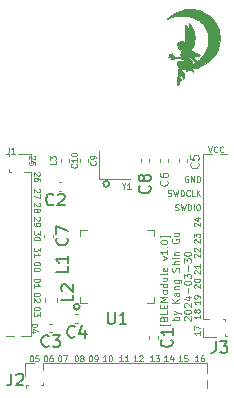
<source format=gbr>
%TF.GenerationSoftware,KiCad,Pcbnew,(5.1.10)-1*%
%TF.CreationDate,2024-03-30T22:18:20+09:00*%
%TF.ProjectId,BLEModule,424c454d-6f64-4756-9c65-2e6b69636164,rev?*%
%TF.SameCoordinates,Original*%
%TF.FileFunction,Legend,Top*%
%TF.FilePolarity,Positive*%
%FSLAX46Y46*%
G04 Gerber Fmt 4.6, Leading zero omitted, Abs format (unit mm)*
G04 Created by KiCad (PCBNEW (5.1.10)-1) date 2024-03-30 22:18:20*
%MOMM*%
%LPD*%
G01*
G04 APERTURE LIST*
%ADD10C,0.100000*%
%ADD11C,0.120000*%
%ADD12C,0.010000*%
%ADD13C,0.200000*%
%ADD14C,0.150000*%
G04 APERTURE END LIST*
D10*
X150071428Y-86220714D02*
X150071428Y-86363571D01*
X149214285Y-86363571D01*
X149214285Y-86220714D01*
X149557142Y-85792142D02*
X149585714Y-85706428D01*
X149614285Y-85677857D01*
X149671428Y-85649285D01*
X149757142Y-85649285D01*
X149814285Y-85677857D01*
X149842857Y-85706428D01*
X149871428Y-85763571D01*
X149871428Y-85992142D01*
X149271428Y-85992142D01*
X149271428Y-85792142D01*
X149300000Y-85735000D01*
X149328571Y-85706428D01*
X149385714Y-85677857D01*
X149442857Y-85677857D01*
X149500000Y-85706428D01*
X149528571Y-85735000D01*
X149557142Y-85792142D01*
X149557142Y-85992142D01*
X149871428Y-85106428D02*
X149871428Y-85392142D01*
X149271428Y-85392142D01*
X149557142Y-84906428D02*
X149557142Y-84706428D01*
X149871428Y-84620714D02*
X149871428Y-84906428D01*
X149271428Y-84906428D01*
X149271428Y-84620714D01*
X149871428Y-84363571D02*
X149271428Y-84363571D01*
X149700000Y-84163571D01*
X149271428Y-83963571D01*
X149871428Y-83963571D01*
X149871428Y-83592142D02*
X149842857Y-83649285D01*
X149814285Y-83677857D01*
X149757142Y-83706428D01*
X149585714Y-83706428D01*
X149528571Y-83677857D01*
X149500000Y-83649285D01*
X149471428Y-83592142D01*
X149471428Y-83506428D01*
X149500000Y-83449285D01*
X149528571Y-83420714D01*
X149585714Y-83392142D01*
X149757142Y-83392142D01*
X149814285Y-83420714D01*
X149842857Y-83449285D01*
X149871428Y-83506428D01*
X149871428Y-83592142D01*
X149871428Y-82877857D02*
X149271428Y-82877857D01*
X149842857Y-82877857D02*
X149871428Y-82935000D01*
X149871428Y-83049285D01*
X149842857Y-83106428D01*
X149814285Y-83135000D01*
X149757142Y-83163571D01*
X149585714Y-83163571D01*
X149528571Y-83135000D01*
X149500000Y-83106428D01*
X149471428Y-83049285D01*
X149471428Y-82935000D01*
X149500000Y-82877857D01*
X149471428Y-82335000D02*
X149871428Y-82335000D01*
X149471428Y-82592142D02*
X149785714Y-82592142D01*
X149842857Y-82563571D01*
X149871428Y-82506428D01*
X149871428Y-82420714D01*
X149842857Y-82363571D01*
X149814285Y-82335000D01*
X149871428Y-81963571D02*
X149842857Y-82020714D01*
X149785714Y-82049285D01*
X149271428Y-82049285D01*
X149842857Y-81506428D02*
X149871428Y-81563571D01*
X149871428Y-81677857D01*
X149842857Y-81735000D01*
X149785714Y-81763571D01*
X149557142Y-81763571D01*
X149500000Y-81735000D01*
X149471428Y-81677857D01*
X149471428Y-81563571D01*
X149500000Y-81506428D01*
X149557142Y-81477857D01*
X149614285Y-81477857D01*
X149671428Y-81763571D01*
X149471428Y-80820714D02*
X149871428Y-80677857D01*
X149471428Y-80535000D01*
X149871428Y-79992142D02*
X149871428Y-80335000D01*
X149871428Y-80163571D02*
X149271428Y-80163571D01*
X149357142Y-80220714D01*
X149414285Y-80277857D01*
X149442857Y-80335000D01*
X149814285Y-79735000D02*
X149842857Y-79706428D01*
X149871428Y-79735000D01*
X149842857Y-79763571D01*
X149814285Y-79735000D01*
X149871428Y-79735000D01*
X149271428Y-79335000D02*
X149271428Y-79277857D01*
X149300000Y-79220714D01*
X149328571Y-79192142D01*
X149385714Y-79163571D01*
X149500000Y-79135000D01*
X149642857Y-79135000D01*
X149757142Y-79163571D01*
X149814285Y-79192142D01*
X149842857Y-79220714D01*
X149871428Y-79277857D01*
X149871428Y-79335000D01*
X149842857Y-79392142D01*
X149814285Y-79420714D01*
X149757142Y-79449285D01*
X149642857Y-79477857D01*
X149500000Y-79477857D01*
X149385714Y-79449285D01*
X149328571Y-79420714D01*
X149300000Y-79392142D01*
X149271428Y-79335000D01*
X150071428Y-78935000D02*
X150071428Y-78792142D01*
X149214285Y-78792142D01*
X149214285Y-78935000D01*
X150871428Y-85935000D02*
X150271428Y-85935000D01*
X150500000Y-85935000D02*
X150471428Y-85877857D01*
X150471428Y-85763571D01*
X150500000Y-85706428D01*
X150528571Y-85677857D01*
X150585714Y-85649285D01*
X150757142Y-85649285D01*
X150814285Y-85677857D01*
X150842857Y-85706428D01*
X150871428Y-85763571D01*
X150871428Y-85877857D01*
X150842857Y-85935000D01*
X150471428Y-85449285D02*
X150871428Y-85306428D01*
X150471428Y-85163571D02*
X150871428Y-85306428D01*
X151014285Y-85363571D01*
X151042857Y-85392142D01*
X151071428Y-85449285D01*
X150871428Y-84477857D02*
X150271428Y-84477857D01*
X150871428Y-84135000D02*
X150528571Y-84392142D01*
X150271428Y-84135000D02*
X150614285Y-84477857D01*
X150871428Y-83620714D02*
X150557142Y-83620714D01*
X150500000Y-83649285D01*
X150471428Y-83706428D01*
X150471428Y-83820714D01*
X150500000Y-83877857D01*
X150842857Y-83620714D02*
X150871428Y-83677857D01*
X150871428Y-83820714D01*
X150842857Y-83877857D01*
X150785714Y-83906428D01*
X150728571Y-83906428D01*
X150671428Y-83877857D01*
X150642857Y-83820714D01*
X150642857Y-83677857D01*
X150614285Y-83620714D01*
X150471428Y-83335000D02*
X150871428Y-83335000D01*
X150528571Y-83335000D02*
X150500000Y-83306428D01*
X150471428Y-83249285D01*
X150471428Y-83163571D01*
X150500000Y-83106428D01*
X150557142Y-83077857D01*
X150871428Y-83077857D01*
X150471428Y-82535000D02*
X150957142Y-82535000D01*
X151014285Y-82563571D01*
X151042857Y-82592142D01*
X151071428Y-82649285D01*
X151071428Y-82735000D01*
X151042857Y-82792142D01*
X150842857Y-82535000D02*
X150871428Y-82592142D01*
X150871428Y-82706428D01*
X150842857Y-82763571D01*
X150814285Y-82792142D01*
X150757142Y-82820714D01*
X150585714Y-82820714D01*
X150528571Y-82792142D01*
X150500000Y-82763571D01*
X150471428Y-82706428D01*
X150471428Y-82592142D01*
X150500000Y-82535000D01*
X150842857Y-81820714D02*
X150871428Y-81735000D01*
X150871428Y-81592142D01*
X150842857Y-81535000D01*
X150814285Y-81506428D01*
X150757142Y-81477857D01*
X150700000Y-81477857D01*
X150642857Y-81506428D01*
X150614285Y-81535000D01*
X150585714Y-81592142D01*
X150557142Y-81706428D01*
X150528571Y-81763571D01*
X150500000Y-81792142D01*
X150442857Y-81820714D01*
X150385714Y-81820714D01*
X150328571Y-81792142D01*
X150300000Y-81763571D01*
X150271428Y-81706428D01*
X150271428Y-81563571D01*
X150300000Y-81477857D01*
X150871428Y-81220714D02*
X150271428Y-81220714D01*
X150871428Y-80963571D02*
X150557142Y-80963571D01*
X150500000Y-80992142D01*
X150471428Y-81049285D01*
X150471428Y-81135000D01*
X150500000Y-81192142D01*
X150528571Y-81220714D01*
X150871428Y-80677857D02*
X150471428Y-80677857D01*
X150271428Y-80677857D02*
X150300000Y-80706428D01*
X150328571Y-80677857D01*
X150300000Y-80649285D01*
X150271428Y-80677857D01*
X150328571Y-80677857D01*
X150471428Y-80392142D02*
X150871428Y-80392142D01*
X150528571Y-80392142D02*
X150500000Y-80363571D01*
X150471428Y-80306428D01*
X150471428Y-80220714D01*
X150500000Y-80163571D01*
X150557142Y-80135000D01*
X150871428Y-80135000D01*
X150300000Y-79077857D02*
X150271428Y-79135000D01*
X150271428Y-79220714D01*
X150300000Y-79306428D01*
X150357142Y-79363571D01*
X150414285Y-79392142D01*
X150528571Y-79420714D01*
X150614285Y-79420714D01*
X150728571Y-79392142D01*
X150785714Y-79363571D01*
X150842857Y-79306428D01*
X150871428Y-79220714D01*
X150871428Y-79163571D01*
X150842857Y-79077857D01*
X150814285Y-79049285D01*
X150614285Y-79049285D01*
X150614285Y-79163571D01*
X150471428Y-78535000D02*
X150871428Y-78535000D01*
X150471428Y-78792142D02*
X150785714Y-78792142D01*
X150842857Y-78763571D01*
X150871428Y-78706428D01*
X150871428Y-78620714D01*
X150842857Y-78563571D01*
X150814285Y-78535000D01*
X151328571Y-85963571D02*
X151300000Y-85935000D01*
X151271428Y-85877857D01*
X151271428Y-85735000D01*
X151300000Y-85677857D01*
X151328571Y-85649285D01*
X151385714Y-85620714D01*
X151442857Y-85620714D01*
X151528571Y-85649285D01*
X151871428Y-85992142D01*
X151871428Y-85620714D01*
X151271428Y-85249285D02*
X151271428Y-85192142D01*
X151300000Y-85135000D01*
X151328571Y-85106428D01*
X151385714Y-85077857D01*
X151500000Y-85049285D01*
X151642857Y-85049285D01*
X151757142Y-85077857D01*
X151814285Y-85106428D01*
X151842857Y-85135000D01*
X151871428Y-85192142D01*
X151871428Y-85249285D01*
X151842857Y-85306428D01*
X151814285Y-85335000D01*
X151757142Y-85363571D01*
X151642857Y-85392142D01*
X151500000Y-85392142D01*
X151385714Y-85363571D01*
X151328571Y-85335000D01*
X151300000Y-85306428D01*
X151271428Y-85249285D01*
X151328571Y-84820714D02*
X151300000Y-84792142D01*
X151271428Y-84735000D01*
X151271428Y-84592142D01*
X151300000Y-84535000D01*
X151328571Y-84506428D01*
X151385714Y-84477857D01*
X151442857Y-84477857D01*
X151528571Y-84506428D01*
X151871428Y-84849285D01*
X151871428Y-84477857D01*
X151471428Y-83963571D02*
X151871428Y-83963571D01*
X151242857Y-84106428D02*
X151671428Y-84249285D01*
X151671428Y-83877857D01*
X151642857Y-83649285D02*
X151642857Y-83192142D01*
X151271428Y-82792142D02*
X151271428Y-82735000D01*
X151300000Y-82677857D01*
X151328571Y-82649285D01*
X151385714Y-82620714D01*
X151500000Y-82592142D01*
X151642857Y-82592142D01*
X151757142Y-82620714D01*
X151814285Y-82649285D01*
X151842857Y-82677857D01*
X151871428Y-82735000D01*
X151871428Y-82792142D01*
X151842857Y-82849285D01*
X151814285Y-82877857D01*
X151757142Y-82906428D01*
X151642857Y-82935000D01*
X151500000Y-82935000D01*
X151385714Y-82906428D01*
X151328571Y-82877857D01*
X151300000Y-82849285D01*
X151271428Y-82792142D01*
X151271428Y-82392142D02*
X151271428Y-82020714D01*
X151500000Y-82220714D01*
X151500000Y-82135000D01*
X151528571Y-82077857D01*
X151557142Y-82049285D01*
X151614285Y-82020714D01*
X151757142Y-82020714D01*
X151814285Y-82049285D01*
X151842857Y-82077857D01*
X151871428Y-82135000D01*
X151871428Y-82306428D01*
X151842857Y-82363571D01*
X151814285Y-82392142D01*
X151642857Y-81763571D02*
X151642857Y-81306428D01*
X151271428Y-81077857D02*
X151271428Y-80706428D01*
X151500000Y-80906428D01*
X151500000Y-80820714D01*
X151528571Y-80763571D01*
X151557142Y-80735000D01*
X151614285Y-80706428D01*
X151757142Y-80706428D01*
X151814285Y-80735000D01*
X151842857Y-80763571D01*
X151871428Y-80820714D01*
X151871428Y-80992142D01*
X151842857Y-81049285D01*
X151814285Y-81077857D01*
X151271428Y-80335000D02*
X151271428Y-80277857D01*
X151300000Y-80220714D01*
X151328571Y-80192142D01*
X151385714Y-80163571D01*
X151500000Y-80135000D01*
X151642857Y-80135000D01*
X151757142Y-80163571D01*
X151814285Y-80192142D01*
X151842857Y-80220714D01*
X151871428Y-80277857D01*
X151871428Y-80335000D01*
X151842857Y-80392142D01*
X151814285Y-80420714D01*
X151757142Y-80449285D01*
X151642857Y-80477857D01*
X151500000Y-80477857D01*
X151385714Y-80449285D01*
X151328571Y-80420714D01*
X151300000Y-80392142D01*
X151271428Y-80335000D01*
X153333333Y-71226190D02*
X153500000Y-71726190D01*
X153666666Y-71226190D01*
X154119047Y-71678571D02*
X154095238Y-71702380D01*
X154023809Y-71726190D01*
X153976190Y-71726190D01*
X153904761Y-71702380D01*
X153857142Y-71654761D01*
X153833333Y-71607142D01*
X153809523Y-71511904D01*
X153809523Y-71440476D01*
X153833333Y-71345238D01*
X153857142Y-71297619D01*
X153904761Y-71250000D01*
X153976190Y-71226190D01*
X154023809Y-71226190D01*
X154095238Y-71250000D01*
X154119047Y-71273809D01*
X154619047Y-71678571D02*
X154595238Y-71702380D01*
X154523809Y-71726190D01*
X154476190Y-71726190D01*
X154404761Y-71702380D01*
X154357142Y-71654761D01*
X154333333Y-71607142D01*
X154309523Y-71511904D01*
X154309523Y-71440476D01*
X154333333Y-71345238D01*
X154357142Y-71297619D01*
X154404761Y-71250000D01*
X154476190Y-71226190D01*
X154523809Y-71226190D01*
X154595238Y-71250000D01*
X154619047Y-71273809D01*
X151619047Y-73750000D02*
X151571428Y-73726190D01*
X151500000Y-73726190D01*
X151428571Y-73750000D01*
X151380952Y-73797619D01*
X151357142Y-73845238D01*
X151333333Y-73940476D01*
X151333333Y-74011904D01*
X151357142Y-74107142D01*
X151380952Y-74154761D01*
X151428571Y-74202380D01*
X151500000Y-74226190D01*
X151547619Y-74226190D01*
X151619047Y-74202380D01*
X151642857Y-74178571D01*
X151642857Y-74011904D01*
X151547619Y-74011904D01*
X151857142Y-74226190D02*
X151857142Y-73726190D01*
X152142857Y-74226190D01*
X152142857Y-73726190D01*
X152380952Y-74226190D02*
X152380952Y-73726190D01*
X152500000Y-73726190D01*
X152571428Y-73750000D01*
X152619047Y-73797619D01*
X152642857Y-73845238D01*
X152666666Y-73940476D01*
X152666666Y-74011904D01*
X152642857Y-74107142D01*
X152619047Y-74154761D01*
X152571428Y-74202380D01*
X152500000Y-74226190D01*
X152380952Y-74226190D01*
X149919047Y-75402380D02*
X149990476Y-75426190D01*
X150109523Y-75426190D01*
X150157142Y-75402380D01*
X150180952Y-75378571D01*
X150204761Y-75330952D01*
X150204761Y-75283333D01*
X150180952Y-75235714D01*
X150157142Y-75211904D01*
X150109523Y-75188095D01*
X150014285Y-75164285D01*
X149966666Y-75140476D01*
X149942857Y-75116666D01*
X149919047Y-75069047D01*
X149919047Y-75021428D01*
X149942857Y-74973809D01*
X149966666Y-74950000D01*
X150014285Y-74926190D01*
X150133333Y-74926190D01*
X150204761Y-74950000D01*
X150371428Y-74926190D02*
X150490476Y-75426190D01*
X150585714Y-75069047D01*
X150680952Y-75426190D01*
X150800000Y-74926190D01*
X150990476Y-75426190D02*
X150990476Y-74926190D01*
X151109523Y-74926190D01*
X151180952Y-74950000D01*
X151228571Y-74997619D01*
X151252380Y-75045238D01*
X151276190Y-75140476D01*
X151276190Y-75211904D01*
X151252380Y-75307142D01*
X151228571Y-75354761D01*
X151180952Y-75402380D01*
X151109523Y-75426190D01*
X150990476Y-75426190D01*
X151776190Y-75378571D02*
X151752380Y-75402380D01*
X151680952Y-75426190D01*
X151633333Y-75426190D01*
X151561904Y-75402380D01*
X151514285Y-75354761D01*
X151490476Y-75307142D01*
X151466666Y-75211904D01*
X151466666Y-75140476D01*
X151490476Y-75045238D01*
X151514285Y-74997619D01*
X151561904Y-74950000D01*
X151633333Y-74926190D01*
X151680952Y-74926190D01*
X151752380Y-74950000D01*
X151776190Y-74973809D01*
X152228571Y-75426190D02*
X151990476Y-75426190D01*
X151990476Y-74926190D01*
X152395238Y-75426190D02*
X152395238Y-74926190D01*
X152680952Y-75426190D02*
X152466666Y-75140476D01*
X152680952Y-74926190D02*
X152395238Y-75211904D01*
X150540476Y-76602380D02*
X150611904Y-76626190D01*
X150730952Y-76626190D01*
X150778571Y-76602380D01*
X150802380Y-76578571D01*
X150826190Y-76530952D01*
X150826190Y-76483333D01*
X150802380Y-76435714D01*
X150778571Y-76411904D01*
X150730952Y-76388095D01*
X150635714Y-76364285D01*
X150588095Y-76340476D01*
X150564285Y-76316666D01*
X150540476Y-76269047D01*
X150540476Y-76221428D01*
X150564285Y-76173809D01*
X150588095Y-76150000D01*
X150635714Y-76126190D01*
X150754761Y-76126190D01*
X150826190Y-76150000D01*
X150992857Y-76126190D02*
X151111904Y-76626190D01*
X151207142Y-76269047D01*
X151302380Y-76626190D01*
X151421428Y-76126190D01*
X151611904Y-76626190D02*
X151611904Y-76126190D01*
X151730952Y-76126190D01*
X151802380Y-76150000D01*
X151850000Y-76197619D01*
X151873809Y-76245238D01*
X151897619Y-76340476D01*
X151897619Y-76411904D01*
X151873809Y-76507142D01*
X151850000Y-76554761D01*
X151802380Y-76602380D01*
X151730952Y-76626190D01*
X151611904Y-76626190D01*
X152111904Y-76626190D02*
X152111904Y-76126190D01*
X152445238Y-76126190D02*
X152540476Y-76126190D01*
X152588095Y-76150000D01*
X152635714Y-76197619D01*
X152659523Y-76292857D01*
X152659523Y-76459523D01*
X152635714Y-76554761D01*
X152588095Y-76602380D01*
X152540476Y-76626190D01*
X152445238Y-76626190D01*
X152397619Y-76602380D01*
X152350000Y-76554761D01*
X152326190Y-76459523D01*
X152326190Y-76292857D01*
X152350000Y-76197619D01*
X152397619Y-76150000D01*
X152445238Y-76126190D01*
X152173809Y-77980952D02*
X152150000Y-77957142D01*
X152126190Y-77909523D01*
X152126190Y-77790476D01*
X152150000Y-77742857D01*
X152173809Y-77719047D01*
X152221428Y-77695238D01*
X152269047Y-77695238D01*
X152340476Y-77719047D01*
X152626190Y-78004761D01*
X152626190Y-77695238D01*
X152292857Y-77266666D02*
X152626190Y-77266666D01*
X152102380Y-77385714D02*
X152459523Y-77504761D01*
X152459523Y-77195238D01*
X152173809Y-79380952D02*
X152150000Y-79357142D01*
X152126190Y-79309523D01*
X152126190Y-79190476D01*
X152150000Y-79142857D01*
X152173809Y-79119047D01*
X152221428Y-79095238D01*
X152269047Y-79095238D01*
X152340476Y-79119047D01*
X152626190Y-79404761D01*
X152626190Y-79095238D01*
X152126190Y-78928571D02*
X152126190Y-78619047D01*
X152316666Y-78785714D01*
X152316666Y-78714285D01*
X152340476Y-78666666D01*
X152364285Y-78642857D01*
X152411904Y-78619047D01*
X152530952Y-78619047D01*
X152578571Y-78642857D01*
X152602380Y-78666666D01*
X152626190Y-78714285D01*
X152626190Y-78857142D01*
X152602380Y-78904761D01*
X152578571Y-78928571D01*
X152173809Y-80580952D02*
X152150000Y-80557142D01*
X152126190Y-80509523D01*
X152126190Y-80390476D01*
X152150000Y-80342857D01*
X152173809Y-80319047D01*
X152221428Y-80295238D01*
X152269047Y-80295238D01*
X152340476Y-80319047D01*
X152626190Y-80604761D01*
X152626190Y-80295238D01*
X152173809Y-80104761D02*
X152150000Y-80080952D01*
X152126190Y-80033333D01*
X152126190Y-79914285D01*
X152150000Y-79866666D01*
X152173809Y-79842857D01*
X152221428Y-79819047D01*
X152269047Y-79819047D01*
X152340476Y-79842857D01*
X152626190Y-80128571D01*
X152626190Y-79819047D01*
X152173809Y-81980952D02*
X152150000Y-81957142D01*
X152126190Y-81909523D01*
X152126190Y-81790476D01*
X152150000Y-81742857D01*
X152173809Y-81719047D01*
X152221428Y-81695238D01*
X152269047Y-81695238D01*
X152340476Y-81719047D01*
X152626190Y-82004761D01*
X152626190Y-81695238D01*
X152626190Y-81219047D02*
X152626190Y-81504761D01*
X152626190Y-81361904D02*
X152126190Y-81361904D01*
X152197619Y-81409523D01*
X152245238Y-81457142D01*
X152269047Y-81504761D01*
X152173809Y-83180952D02*
X152150000Y-83157142D01*
X152126190Y-83109523D01*
X152126190Y-82990476D01*
X152150000Y-82942857D01*
X152173809Y-82919047D01*
X152221428Y-82895238D01*
X152269047Y-82895238D01*
X152340476Y-82919047D01*
X152626190Y-83204761D01*
X152626190Y-82895238D01*
X152126190Y-82585714D02*
X152126190Y-82538095D01*
X152150000Y-82490476D01*
X152173809Y-82466666D01*
X152221428Y-82442857D01*
X152316666Y-82419047D01*
X152435714Y-82419047D01*
X152530952Y-82442857D01*
X152578571Y-82466666D01*
X152602380Y-82490476D01*
X152626190Y-82538095D01*
X152626190Y-82585714D01*
X152602380Y-82633333D01*
X152578571Y-82657142D01*
X152530952Y-82680952D01*
X152435714Y-82704761D01*
X152316666Y-82704761D01*
X152221428Y-82680952D01*
X152173809Y-82657142D01*
X152150000Y-82633333D01*
X152126190Y-82585714D01*
X152626190Y-84295238D02*
X152626190Y-84580952D01*
X152626190Y-84438095D02*
X152126190Y-84438095D01*
X152197619Y-84485714D01*
X152245238Y-84533333D01*
X152269047Y-84580952D01*
X152626190Y-84057142D02*
X152626190Y-83961904D01*
X152602380Y-83914285D01*
X152578571Y-83890476D01*
X152507142Y-83842857D01*
X152411904Y-83819047D01*
X152221428Y-83819047D01*
X152173809Y-83842857D01*
X152150000Y-83866666D01*
X152126190Y-83914285D01*
X152126190Y-84009523D01*
X152150000Y-84057142D01*
X152173809Y-84080952D01*
X152221428Y-84104761D01*
X152340476Y-84104761D01*
X152388095Y-84080952D01*
X152411904Y-84057142D01*
X152435714Y-84009523D01*
X152435714Y-83914285D01*
X152411904Y-83866666D01*
X152388095Y-83842857D01*
X152340476Y-83819047D01*
X152626190Y-85495238D02*
X152626190Y-85780952D01*
X152626190Y-85638095D02*
X152126190Y-85638095D01*
X152197619Y-85685714D01*
X152245238Y-85733333D01*
X152269047Y-85780952D01*
X152340476Y-85209523D02*
X152316666Y-85257142D01*
X152292857Y-85280952D01*
X152245238Y-85304761D01*
X152221428Y-85304761D01*
X152173809Y-85280952D01*
X152150000Y-85257142D01*
X152126190Y-85209523D01*
X152126190Y-85114285D01*
X152150000Y-85066666D01*
X152173809Y-85042857D01*
X152221428Y-85019047D01*
X152245238Y-85019047D01*
X152292857Y-85042857D01*
X152316666Y-85066666D01*
X152340476Y-85114285D01*
X152340476Y-85209523D01*
X152364285Y-85257142D01*
X152388095Y-85280952D01*
X152435714Y-85304761D01*
X152530952Y-85304761D01*
X152578571Y-85280952D01*
X152602380Y-85257142D01*
X152626190Y-85209523D01*
X152626190Y-85114285D01*
X152602380Y-85066666D01*
X152578571Y-85042857D01*
X152530952Y-85019047D01*
X152435714Y-85019047D01*
X152388095Y-85042857D01*
X152364285Y-85066666D01*
X152340476Y-85114285D01*
X152626190Y-86895238D02*
X152626190Y-87180952D01*
X152626190Y-87038095D02*
X152126190Y-87038095D01*
X152197619Y-87085714D01*
X152245238Y-87133333D01*
X152269047Y-87180952D01*
X152126190Y-86728571D02*
X152126190Y-86395238D01*
X152626190Y-86609523D01*
X152504761Y-89426190D02*
X152219047Y-89426190D01*
X152361904Y-89426190D02*
X152361904Y-88926190D01*
X152314285Y-88997619D01*
X152266666Y-89045238D01*
X152219047Y-89069047D01*
X152933333Y-88926190D02*
X152838095Y-88926190D01*
X152790476Y-88950000D01*
X152766666Y-88973809D01*
X152719047Y-89045238D01*
X152695238Y-89140476D01*
X152695238Y-89330952D01*
X152719047Y-89378571D01*
X152742857Y-89402380D01*
X152790476Y-89426190D01*
X152885714Y-89426190D01*
X152933333Y-89402380D01*
X152957142Y-89378571D01*
X152980952Y-89330952D01*
X152980952Y-89211904D01*
X152957142Y-89164285D01*
X152933333Y-89140476D01*
X152885714Y-89116666D01*
X152790476Y-89116666D01*
X152742857Y-89140476D01*
X152719047Y-89164285D01*
X152695238Y-89211904D01*
X151104761Y-89426190D02*
X150819047Y-89426190D01*
X150961904Y-89426190D02*
X150961904Y-88926190D01*
X150914285Y-88997619D01*
X150866666Y-89045238D01*
X150819047Y-89069047D01*
X151557142Y-88926190D02*
X151319047Y-88926190D01*
X151295238Y-89164285D01*
X151319047Y-89140476D01*
X151366666Y-89116666D01*
X151485714Y-89116666D01*
X151533333Y-89140476D01*
X151557142Y-89164285D01*
X151580952Y-89211904D01*
X151580952Y-89330952D01*
X151557142Y-89378571D01*
X151533333Y-89402380D01*
X151485714Y-89426190D01*
X151366666Y-89426190D01*
X151319047Y-89402380D01*
X151295238Y-89378571D01*
X149904761Y-89426190D02*
X149619047Y-89426190D01*
X149761904Y-89426190D02*
X149761904Y-88926190D01*
X149714285Y-88997619D01*
X149666666Y-89045238D01*
X149619047Y-89069047D01*
X150333333Y-89092857D02*
X150333333Y-89426190D01*
X150214285Y-88902380D02*
X150095238Y-89259523D01*
X150404761Y-89259523D01*
X148704761Y-89426190D02*
X148419047Y-89426190D01*
X148561904Y-89426190D02*
X148561904Y-88926190D01*
X148514285Y-88997619D01*
X148466666Y-89045238D01*
X148419047Y-89069047D01*
X148871428Y-88926190D02*
X149180952Y-88926190D01*
X149014285Y-89116666D01*
X149085714Y-89116666D01*
X149133333Y-89140476D01*
X149157142Y-89164285D01*
X149180952Y-89211904D01*
X149180952Y-89330952D01*
X149157142Y-89378571D01*
X149133333Y-89402380D01*
X149085714Y-89426190D01*
X148942857Y-89426190D01*
X148895238Y-89402380D01*
X148871428Y-89378571D01*
X147304761Y-89426190D02*
X147019047Y-89426190D01*
X147161904Y-89426190D02*
X147161904Y-88926190D01*
X147114285Y-88997619D01*
X147066666Y-89045238D01*
X147019047Y-89069047D01*
X147495238Y-88973809D02*
X147519047Y-88950000D01*
X147566666Y-88926190D01*
X147685714Y-88926190D01*
X147733333Y-88950000D01*
X147757142Y-88973809D01*
X147780952Y-89021428D01*
X147780952Y-89069047D01*
X147757142Y-89140476D01*
X147471428Y-89426190D01*
X147780952Y-89426190D01*
X146104761Y-89426190D02*
X145819047Y-89426190D01*
X145961904Y-89426190D02*
X145961904Y-88926190D01*
X145914285Y-88997619D01*
X145866666Y-89045238D01*
X145819047Y-89069047D01*
X146580952Y-89426190D02*
X146295238Y-89426190D01*
X146438095Y-89426190D02*
X146438095Y-88926190D01*
X146390476Y-88997619D01*
X146342857Y-89045238D01*
X146295238Y-89069047D01*
X144704761Y-89426190D02*
X144419047Y-89426190D01*
X144561904Y-89426190D02*
X144561904Y-88926190D01*
X144514285Y-88997619D01*
X144466666Y-89045238D01*
X144419047Y-89069047D01*
X145014285Y-88926190D02*
X145061904Y-88926190D01*
X145109523Y-88950000D01*
X145133333Y-88973809D01*
X145157142Y-89021428D01*
X145180952Y-89116666D01*
X145180952Y-89235714D01*
X145157142Y-89330952D01*
X145133333Y-89378571D01*
X145109523Y-89402380D01*
X145061904Y-89426190D01*
X145014285Y-89426190D01*
X144966666Y-89402380D01*
X144942857Y-89378571D01*
X144919047Y-89330952D01*
X144895238Y-89235714D01*
X144895238Y-89116666D01*
X144919047Y-89021428D01*
X144942857Y-88973809D01*
X144966666Y-88950000D01*
X145014285Y-88926190D01*
X143338095Y-88926190D02*
X143385714Y-88926190D01*
X143433333Y-88950000D01*
X143457142Y-88973809D01*
X143480952Y-89021428D01*
X143504761Y-89116666D01*
X143504761Y-89235714D01*
X143480952Y-89330952D01*
X143457142Y-89378571D01*
X143433333Y-89402380D01*
X143385714Y-89426190D01*
X143338095Y-89426190D01*
X143290476Y-89402380D01*
X143266666Y-89378571D01*
X143242857Y-89330952D01*
X143219047Y-89235714D01*
X143219047Y-89116666D01*
X143242857Y-89021428D01*
X143266666Y-88973809D01*
X143290476Y-88950000D01*
X143338095Y-88926190D01*
X143742857Y-89426190D02*
X143838095Y-89426190D01*
X143885714Y-89402380D01*
X143909523Y-89378571D01*
X143957142Y-89307142D01*
X143980952Y-89211904D01*
X143980952Y-89021428D01*
X143957142Y-88973809D01*
X143933333Y-88950000D01*
X143885714Y-88926190D01*
X143790476Y-88926190D01*
X143742857Y-88950000D01*
X143719047Y-88973809D01*
X143695238Y-89021428D01*
X143695238Y-89140476D01*
X143719047Y-89188095D01*
X143742857Y-89211904D01*
X143790476Y-89235714D01*
X143885714Y-89235714D01*
X143933333Y-89211904D01*
X143957142Y-89188095D01*
X143980952Y-89140476D01*
X142138095Y-88926190D02*
X142185714Y-88926190D01*
X142233333Y-88950000D01*
X142257142Y-88973809D01*
X142280952Y-89021428D01*
X142304761Y-89116666D01*
X142304761Y-89235714D01*
X142280952Y-89330952D01*
X142257142Y-89378571D01*
X142233333Y-89402380D01*
X142185714Y-89426190D01*
X142138095Y-89426190D01*
X142090476Y-89402380D01*
X142066666Y-89378571D01*
X142042857Y-89330952D01*
X142019047Y-89235714D01*
X142019047Y-89116666D01*
X142042857Y-89021428D01*
X142066666Y-88973809D01*
X142090476Y-88950000D01*
X142138095Y-88926190D01*
X142590476Y-89140476D02*
X142542857Y-89116666D01*
X142519047Y-89092857D01*
X142495238Y-89045238D01*
X142495238Y-89021428D01*
X142519047Y-88973809D01*
X142542857Y-88950000D01*
X142590476Y-88926190D01*
X142685714Y-88926190D01*
X142733333Y-88950000D01*
X142757142Y-88973809D01*
X142780952Y-89021428D01*
X142780952Y-89045238D01*
X142757142Y-89092857D01*
X142733333Y-89116666D01*
X142685714Y-89140476D01*
X142590476Y-89140476D01*
X142542857Y-89164285D01*
X142519047Y-89188095D01*
X142495238Y-89235714D01*
X142495238Y-89330952D01*
X142519047Y-89378571D01*
X142542857Y-89402380D01*
X142590476Y-89426190D01*
X142685714Y-89426190D01*
X142733333Y-89402380D01*
X142757142Y-89378571D01*
X142780952Y-89330952D01*
X142780952Y-89235714D01*
X142757142Y-89188095D01*
X142733333Y-89164285D01*
X142685714Y-89140476D01*
X140738095Y-88926190D02*
X140785714Y-88926190D01*
X140833333Y-88950000D01*
X140857142Y-88973809D01*
X140880952Y-89021428D01*
X140904761Y-89116666D01*
X140904761Y-89235714D01*
X140880952Y-89330952D01*
X140857142Y-89378571D01*
X140833333Y-89402380D01*
X140785714Y-89426190D01*
X140738095Y-89426190D01*
X140690476Y-89402380D01*
X140666666Y-89378571D01*
X140642857Y-89330952D01*
X140619047Y-89235714D01*
X140619047Y-89116666D01*
X140642857Y-89021428D01*
X140666666Y-88973809D01*
X140690476Y-88950000D01*
X140738095Y-88926190D01*
X141071428Y-88926190D02*
X141404761Y-88926190D01*
X141190476Y-89426190D01*
X139538095Y-88926190D02*
X139585714Y-88926190D01*
X139633333Y-88950000D01*
X139657142Y-88973809D01*
X139680952Y-89021428D01*
X139704761Y-89116666D01*
X139704761Y-89235714D01*
X139680952Y-89330952D01*
X139657142Y-89378571D01*
X139633333Y-89402380D01*
X139585714Y-89426190D01*
X139538095Y-89426190D01*
X139490476Y-89402380D01*
X139466666Y-89378571D01*
X139442857Y-89330952D01*
X139419047Y-89235714D01*
X139419047Y-89116666D01*
X139442857Y-89021428D01*
X139466666Y-88973809D01*
X139490476Y-88950000D01*
X139538095Y-88926190D01*
X140133333Y-88926190D02*
X140038095Y-88926190D01*
X139990476Y-88950000D01*
X139966666Y-88973809D01*
X139919047Y-89045238D01*
X139895238Y-89140476D01*
X139895238Y-89330952D01*
X139919047Y-89378571D01*
X139942857Y-89402380D01*
X139990476Y-89426190D01*
X140085714Y-89426190D01*
X140133333Y-89402380D01*
X140157142Y-89378571D01*
X140180952Y-89330952D01*
X140180952Y-89211904D01*
X140157142Y-89164285D01*
X140133333Y-89140476D01*
X140085714Y-89116666D01*
X139990476Y-89116666D01*
X139942857Y-89140476D01*
X139919047Y-89164285D01*
X139895238Y-89211904D01*
X138338095Y-88926190D02*
X138385714Y-88926190D01*
X138433333Y-88950000D01*
X138457142Y-88973809D01*
X138480952Y-89021428D01*
X138504761Y-89116666D01*
X138504761Y-89235714D01*
X138480952Y-89330952D01*
X138457142Y-89378571D01*
X138433333Y-89402380D01*
X138385714Y-89426190D01*
X138338095Y-89426190D01*
X138290476Y-89402380D01*
X138266666Y-89378571D01*
X138242857Y-89330952D01*
X138219047Y-89235714D01*
X138219047Y-89116666D01*
X138242857Y-89021428D01*
X138266666Y-88973809D01*
X138290476Y-88950000D01*
X138338095Y-88926190D01*
X138957142Y-88926190D02*
X138719047Y-88926190D01*
X138695238Y-89164285D01*
X138719047Y-89140476D01*
X138766666Y-89116666D01*
X138885714Y-89116666D01*
X138933333Y-89140476D01*
X138957142Y-89164285D01*
X138980952Y-89211904D01*
X138980952Y-89330952D01*
X138957142Y-89378571D01*
X138933333Y-89402380D01*
X138885714Y-89426190D01*
X138766666Y-89426190D01*
X138719047Y-89402380D01*
X138695238Y-89378571D01*
X138873809Y-86338095D02*
X138873809Y-86385714D01*
X138850000Y-86433333D01*
X138826190Y-86457142D01*
X138778571Y-86480952D01*
X138683333Y-86504761D01*
X138564285Y-86504761D01*
X138469047Y-86480952D01*
X138421428Y-86457142D01*
X138397619Y-86433333D01*
X138373809Y-86385714D01*
X138373809Y-86338095D01*
X138397619Y-86290476D01*
X138421428Y-86266666D01*
X138469047Y-86242857D01*
X138564285Y-86219047D01*
X138683333Y-86219047D01*
X138778571Y-86242857D01*
X138826190Y-86266666D01*
X138850000Y-86290476D01*
X138873809Y-86338095D01*
X138707142Y-86933333D02*
X138373809Y-86933333D01*
X138897619Y-86814285D02*
X138540476Y-86695238D01*
X138540476Y-87004761D01*
X139073809Y-84938095D02*
X139073809Y-84985714D01*
X139050000Y-85033333D01*
X139026190Y-85057142D01*
X138978571Y-85080952D01*
X138883333Y-85104761D01*
X138764285Y-85104761D01*
X138669047Y-85080952D01*
X138621428Y-85057142D01*
X138597619Y-85033333D01*
X138573809Y-84985714D01*
X138573809Y-84938095D01*
X138597619Y-84890476D01*
X138621428Y-84866666D01*
X138669047Y-84842857D01*
X138764285Y-84819047D01*
X138883333Y-84819047D01*
X138978571Y-84842857D01*
X139026190Y-84866666D01*
X139050000Y-84890476D01*
X139073809Y-84938095D01*
X139073809Y-85271428D02*
X139073809Y-85580952D01*
X138883333Y-85414285D01*
X138883333Y-85485714D01*
X138859523Y-85533333D01*
X138835714Y-85557142D01*
X138788095Y-85580952D01*
X138669047Y-85580952D01*
X138621428Y-85557142D01*
X138597619Y-85533333D01*
X138573809Y-85485714D01*
X138573809Y-85342857D01*
X138597619Y-85295238D01*
X138621428Y-85271428D01*
X139073809Y-83738095D02*
X139073809Y-83785714D01*
X139050000Y-83833333D01*
X139026190Y-83857142D01*
X138978571Y-83880952D01*
X138883333Y-83904761D01*
X138764285Y-83904761D01*
X138669047Y-83880952D01*
X138621428Y-83857142D01*
X138597619Y-83833333D01*
X138573809Y-83785714D01*
X138573809Y-83738095D01*
X138597619Y-83690476D01*
X138621428Y-83666666D01*
X138669047Y-83642857D01*
X138764285Y-83619047D01*
X138883333Y-83619047D01*
X138978571Y-83642857D01*
X139026190Y-83666666D01*
X139050000Y-83690476D01*
X139073809Y-83738095D01*
X139026190Y-84095238D02*
X139050000Y-84119047D01*
X139073809Y-84166666D01*
X139073809Y-84285714D01*
X139050000Y-84333333D01*
X139026190Y-84357142D01*
X138978571Y-84380952D01*
X138930952Y-84380952D01*
X138859523Y-84357142D01*
X138573809Y-84071428D01*
X138573809Y-84380952D01*
X139073809Y-82538095D02*
X139073809Y-82585714D01*
X139050000Y-82633333D01*
X139026190Y-82657142D01*
X138978571Y-82680952D01*
X138883333Y-82704761D01*
X138764285Y-82704761D01*
X138669047Y-82680952D01*
X138621428Y-82657142D01*
X138597619Y-82633333D01*
X138573809Y-82585714D01*
X138573809Y-82538095D01*
X138597619Y-82490476D01*
X138621428Y-82466666D01*
X138669047Y-82442857D01*
X138764285Y-82419047D01*
X138883333Y-82419047D01*
X138978571Y-82442857D01*
X139026190Y-82466666D01*
X139050000Y-82490476D01*
X139073809Y-82538095D01*
X138573809Y-83180952D02*
X138573809Y-82895238D01*
X138573809Y-83038095D02*
X139073809Y-83038095D01*
X139002380Y-82990476D01*
X138954761Y-82942857D01*
X138930952Y-82895238D01*
X139073809Y-81138095D02*
X139073809Y-81185714D01*
X139050000Y-81233333D01*
X139026190Y-81257142D01*
X138978571Y-81280952D01*
X138883333Y-81304761D01*
X138764285Y-81304761D01*
X138669047Y-81280952D01*
X138621428Y-81257142D01*
X138597619Y-81233333D01*
X138573809Y-81185714D01*
X138573809Y-81138095D01*
X138597619Y-81090476D01*
X138621428Y-81066666D01*
X138669047Y-81042857D01*
X138764285Y-81019047D01*
X138883333Y-81019047D01*
X138978571Y-81042857D01*
X139026190Y-81066666D01*
X139050000Y-81090476D01*
X139073809Y-81138095D01*
X139073809Y-81614285D02*
X139073809Y-81661904D01*
X139050000Y-81709523D01*
X139026190Y-81733333D01*
X138978571Y-81757142D01*
X138883333Y-81780952D01*
X138764285Y-81780952D01*
X138669047Y-81757142D01*
X138621428Y-81733333D01*
X138597619Y-81709523D01*
X138573809Y-81661904D01*
X138573809Y-81614285D01*
X138597619Y-81566666D01*
X138621428Y-81542857D01*
X138669047Y-81519047D01*
X138764285Y-81495238D01*
X138883333Y-81495238D01*
X138978571Y-81519047D01*
X139026190Y-81542857D01*
X139050000Y-81566666D01*
X139073809Y-81614285D01*
X139073809Y-79795238D02*
X139073809Y-80104761D01*
X138883333Y-79938095D01*
X138883333Y-80009523D01*
X138859523Y-80057142D01*
X138835714Y-80080952D01*
X138788095Y-80104761D01*
X138669047Y-80104761D01*
X138621428Y-80080952D01*
X138597619Y-80057142D01*
X138573809Y-80009523D01*
X138573809Y-79866666D01*
X138597619Y-79819047D01*
X138621428Y-79795238D01*
X138573809Y-80580952D02*
X138573809Y-80295238D01*
X138573809Y-80438095D02*
X139073809Y-80438095D01*
X139002380Y-80390476D01*
X138954761Y-80342857D01*
X138930952Y-80295238D01*
X139073809Y-78395238D02*
X139073809Y-78704761D01*
X138883333Y-78538095D01*
X138883333Y-78609523D01*
X138859523Y-78657142D01*
X138835714Y-78680952D01*
X138788095Y-78704761D01*
X138669047Y-78704761D01*
X138621428Y-78680952D01*
X138597619Y-78657142D01*
X138573809Y-78609523D01*
X138573809Y-78466666D01*
X138597619Y-78419047D01*
X138621428Y-78395238D01*
X139073809Y-79014285D02*
X139073809Y-79061904D01*
X139050000Y-79109523D01*
X139026190Y-79133333D01*
X138978571Y-79157142D01*
X138883333Y-79180952D01*
X138764285Y-79180952D01*
X138669047Y-79157142D01*
X138621428Y-79133333D01*
X138597619Y-79109523D01*
X138573809Y-79061904D01*
X138573809Y-79014285D01*
X138597619Y-78966666D01*
X138621428Y-78942857D01*
X138669047Y-78919047D01*
X138764285Y-78895238D01*
X138883333Y-78895238D01*
X138978571Y-78919047D01*
X139026190Y-78942857D01*
X139050000Y-78966666D01*
X139073809Y-79014285D01*
X139026190Y-77219047D02*
X139050000Y-77242857D01*
X139073809Y-77290476D01*
X139073809Y-77409523D01*
X139050000Y-77457142D01*
X139026190Y-77480952D01*
X138978571Y-77504761D01*
X138930952Y-77504761D01*
X138859523Y-77480952D01*
X138573809Y-77195238D01*
X138573809Y-77504761D01*
X138573809Y-77742857D02*
X138573809Y-77838095D01*
X138597619Y-77885714D01*
X138621428Y-77909523D01*
X138692857Y-77957142D01*
X138788095Y-77980952D01*
X138978571Y-77980952D01*
X139026190Y-77957142D01*
X139050000Y-77933333D01*
X139073809Y-77885714D01*
X139073809Y-77790476D01*
X139050000Y-77742857D01*
X139026190Y-77719047D01*
X138978571Y-77695238D01*
X138859523Y-77695238D01*
X138811904Y-77719047D01*
X138788095Y-77742857D01*
X138764285Y-77790476D01*
X138764285Y-77885714D01*
X138788095Y-77933333D01*
X138811904Y-77957142D01*
X138859523Y-77980952D01*
X139026190Y-76019047D02*
X139050000Y-76042857D01*
X139073809Y-76090476D01*
X139073809Y-76209523D01*
X139050000Y-76257142D01*
X139026190Y-76280952D01*
X138978571Y-76304761D01*
X138930952Y-76304761D01*
X138859523Y-76280952D01*
X138573809Y-75995238D01*
X138573809Y-76304761D01*
X138859523Y-76590476D02*
X138883333Y-76542857D01*
X138907142Y-76519047D01*
X138954761Y-76495238D01*
X138978571Y-76495238D01*
X139026190Y-76519047D01*
X139050000Y-76542857D01*
X139073809Y-76590476D01*
X139073809Y-76685714D01*
X139050000Y-76733333D01*
X139026190Y-76757142D01*
X138978571Y-76780952D01*
X138954761Y-76780952D01*
X138907142Y-76757142D01*
X138883333Y-76733333D01*
X138859523Y-76685714D01*
X138859523Y-76590476D01*
X138835714Y-76542857D01*
X138811904Y-76519047D01*
X138764285Y-76495238D01*
X138669047Y-76495238D01*
X138621428Y-76519047D01*
X138597619Y-76542857D01*
X138573809Y-76590476D01*
X138573809Y-76685714D01*
X138597619Y-76733333D01*
X138621428Y-76757142D01*
X138669047Y-76780952D01*
X138764285Y-76780952D01*
X138811904Y-76757142D01*
X138835714Y-76733333D01*
X138859523Y-76685714D01*
X139026190Y-74819047D02*
X139050000Y-74842857D01*
X139073809Y-74890476D01*
X139073809Y-75009523D01*
X139050000Y-75057142D01*
X139026190Y-75080952D01*
X138978571Y-75104761D01*
X138930952Y-75104761D01*
X138859523Y-75080952D01*
X138573809Y-74795238D01*
X138573809Y-75104761D01*
X139073809Y-75271428D02*
X139073809Y-75604761D01*
X138573809Y-75390476D01*
X139026190Y-73419047D02*
X139050000Y-73442857D01*
X139073809Y-73490476D01*
X139073809Y-73609523D01*
X139050000Y-73657142D01*
X139026190Y-73680952D01*
X138978571Y-73704761D01*
X138930952Y-73704761D01*
X138859523Y-73680952D01*
X138573809Y-73395238D01*
X138573809Y-73704761D01*
X139073809Y-74133333D02*
X139073809Y-74038095D01*
X139050000Y-73990476D01*
X139026190Y-73966666D01*
X138954761Y-73919047D01*
X138859523Y-73895238D01*
X138669047Y-73895238D01*
X138621428Y-73919047D01*
X138597619Y-73942857D01*
X138573809Y-73990476D01*
X138573809Y-74085714D01*
X138597619Y-74133333D01*
X138621428Y-74157142D01*
X138669047Y-74180952D01*
X138788095Y-74180952D01*
X138835714Y-74157142D01*
X138859523Y-74133333D01*
X138883333Y-74085714D01*
X138883333Y-73990476D01*
X138859523Y-73942857D01*
X138835714Y-73919047D01*
X138788095Y-73895238D01*
X138626190Y-72019047D02*
X138650000Y-72042857D01*
X138673809Y-72090476D01*
X138673809Y-72209523D01*
X138650000Y-72257142D01*
X138626190Y-72280952D01*
X138578571Y-72304761D01*
X138530952Y-72304761D01*
X138459523Y-72280952D01*
X138173809Y-71995238D01*
X138173809Y-72304761D01*
X138673809Y-72757142D02*
X138673809Y-72519047D01*
X138435714Y-72495238D01*
X138459523Y-72519047D01*
X138483333Y-72566666D01*
X138483333Y-72685714D01*
X138459523Y-72733333D01*
X138435714Y-72757142D01*
X138388095Y-72780952D01*
X138269047Y-72780952D01*
X138221428Y-72757142D01*
X138197619Y-72733333D01*
X138173809Y-72685714D01*
X138173809Y-72566666D01*
X138197619Y-72519047D01*
X138221428Y-72495238D01*
D11*
%TO.C,J2*%
X137840000Y-89570000D02*
X137840000Y-90700000D01*
X139360000Y-91263471D02*
X139360000Y-91406529D01*
X153265000Y-89570000D02*
X153265000Y-90392470D01*
X153265000Y-91007530D02*
X153265000Y-91662470D01*
X139360000Y-89570000D02*
X153265000Y-89570000D01*
X139360000Y-89570000D02*
X139360000Y-90136529D01*
X139306529Y-91460000D02*
X139163471Y-91460000D01*
X138036529Y-91460000D02*
X137905000Y-91460000D01*
X137905000Y-91460000D02*
X137905000Y-91662470D01*
X138600000Y-89570000D02*
X137840000Y-89570000D01*
%TO.C,J1*%
X138330000Y-71840000D02*
X137200000Y-71840000D01*
X136636529Y-73360000D02*
X136493471Y-73360000D01*
X138330000Y-87265000D02*
X137507530Y-87265000D01*
X136892470Y-87265000D02*
X136237530Y-87265000D01*
X138330000Y-73360000D02*
X138330000Y-87265000D01*
X138330000Y-73360000D02*
X137763471Y-73360000D01*
X136440000Y-73306529D02*
X136440000Y-73163471D01*
X136440000Y-72036529D02*
X136440000Y-71905000D01*
X136440000Y-71905000D02*
X136237530Y-71905000D01*
X138330000Y-72600000D02*
X138330000Y-71840000D01*
%TO.C,J3*%
X152870000Y-87330000D02*
X154000000Y-87330000D01*
X154563471Y-85810000D02*
X154706529Y-85810000D01*
X152870000Y-71905000D02*
X153692470Y-71905000D01*
X154307530Y-71905000D02*
X154962470Y-71905000D01*
X152870000Y-85810000D02*
X152870000Y-71905000D01*
X152870000Y-85810000D02*
X153436529Y-85810000D01*
X154760000Y-85863471D02*
X154760000Y-86006529D01*
X154760000Y-87133471D02*
X154760000Y-87265000D01*
X154760000Y-87265000D02*
X154962470Y-87265000D01*
X152870000Y-86570000D02*
X152870000Y-87330000D01*
D12*
%TO.C,REF\u002A\u002A*%
G36*
X151641960Y-59598926D02*
G01*
X151405292Y-59628318D01*
X151171716Y-59677692D01*
X150941665Y-59746885D01*
X150715574Y-59835731D01*
X150493875Y-59944068D01*
X150277003Y-60071732D01*
X150134678Y-60167953D01*
X150086185Y-60203368D01*
X150036051Y-60241500D01*
X149986924Y-60280163D01*
X149941455Y-60317170D01*
X149902291Y-60350335D01*
X149872081Y-60377470D01*
X149853475Y-60396389D01*
X149848720Y-60404035D01*
X149849326Y-60408395D01*
X149852818Y-60410530D01*
X149861707Y-60409725D01*
X149878507Y-60405262D01*
X149905728Y-60396427D01*
X149945882Y-60382502D01*
X150001482Y-60362772D01*
X150033398Y-60351385D01*
X150273117Y-60275134D01*
X150512267Y-60217503D01*
X150749943Y-60178466D01*
X150985236Y-60157999D01*
X151217240Y-60156078D01*
X151445049Y-60172678D01*
X151667756Y-60207774D01*
X151884454Y-60261343D01*
X152094235Y-60333360D01*
X152271880Y-60411719D01*
X152410702Y-60484661D01*
X152534461Y-60560841D01*
X152648408Y-60643934D01*
X152757797Y-60737616D01*
X152814129Y-60791252D01*
X152944513Y-60933019D01*
X153056979Y-61084333D01*
X153151494Y-61245096D01*
X153228025Y-61415212D01*
X153286539Y-61594583D01*
X153327003Y-61783111D01*
X153349386Y-61980701D01*
X153353653Y-62187255D01*
X153343646Y-62362884D01*
X153317749Y-62549180D01*
X153274163Y-62737393D01*
X153214382Y-62922736D01*
X153139900Y-63100421D01*
X153073612Y-63228753D01*
X152957505Y-63414338D01*
X152821996Y-63594146D01*
X152667215Y-63768011D01*
X152615015Y-63820998D01*
X152558533Y-63875457D01*
X152511928Y-63916350D01*
X152472106Y-63945751D01*
X152435972Y-63965736D01*
X152400430Y-63978377D01*
X152371100Y-63984478D01*
X152334358Y-63985715D01*
X152304423Y-63974799D01*
X152277925Y-63949328D01*
X152251495Y-63906899D01*
X152245146Y-63894636D01*
X152224737Y-63857223D01*
X152197322Y-63810976D01*
X152167580Y-63763685D01*
X152155250Y-63744983D01*
X152125337Y-63699855D01*
X152105568Y-63668008D01*
X152094454Y-63646064D01*
X152090507Y-63630643D01*
X152092239Y-63618366D01*
X152095868Y-63610152D01*
X152103357Y-63601230D01*
X152117348Y-63596168D01*
X152142252Y-63594241D01*
X152182480Y-63594723D01*
X152188475Y-63594906D01*
X152235791Y-63595216D01*
X152270119Y-63591879D01*
X152298627Y-63583833D01*
X152316772Y-63575893D01*
X152353358Y-63561926D01*
X152381965Y-63560531D01*
X152389817Y-63562314D01*
X152407891Y-63564118D01*
X152434299Y-63560465D01*
X152472227Y-63550640D01*
X152524862Y-63533926D01*
X152542206Y-63528073D01*
X152589117Y-63511333D01*
X152628544Y-63495822D01*
X152656724Y-63483126D01*
X152669891Y-63474832D01*
X152670338Y-63474067D01*
X152663717Y-63464664D01*
X152642081Y-63452919D01*
X152620378Y-63444730D01*
X152545399Y-63418623D01*
X152465253Y-63387985D01*
X152382240Y-63353942D01*
X152298658Y-63317616D01*
X152216808Y-63280130D01*
X152138987Y-63242609D01*
X152067496Y-63206175D01*
X152004634Y-63171952D01*
X151952700Y-63141064D01*
X151913994Y-63114633D01*
X151890814Y-63093784D01*
X151885764Y-63085800D01*
X151886891Y-63067504D01*
X151896471Y-63046715D01*
X151905550Y-63029147D01*
X151907440Y-63010277D01*
X151902439Y-62982373D01*
X151899412Y-62970196D01*
X151892356Y-62939143D01*
X151891667Y-62922377D01*
X151897409Y-62914869D01*
X151900110Y-62913763D01*
X151915339Y-62904591D01*
X151938718Y-62886347D01*
X151953182Y-62873778D01*
X151989200Y-62828491D01*
X152009305Y-62774548D01*
X152012385Y-62730420D01*
X152011706Y-62700476D01*
X152016892Y-62683721D01*
X152031261Y-62673184D01*
X152041839Y-62668517D01*
X152073094Y-62649210D01*
X152106757Y-62618932D01*
X152136098Y-62584588D01*
X152154387Y-62553086D01*
X152154436Y-62552958D01*
X152164154Y-62504700D01*
X152162975Y-62444364D01*
X152151245Y-62376799D01*
X152138782Y-62333275D01*
X152112363Y-62253340D01*
X152155403Y-62199010D01*
X152202125Y-62129200D01*
X152229043Y-62061821D01*
X152236284Y-61995352D01*
X152223975Y-61928273D01*
X152192243Y-61859061D01*
X152184892Y-61846919D01*
X152158102Y-61803023D01*
X152141182Y-61770425D01*
X152132776Y-61743487D01*
X152131526Y-61716570D01*
X152136077Y-61684035D01*
X152140458Y-61662197D01*
X152148167Y-61621023D01*
X152150618Y-61590546D01*
X152147761Y-61561820D01*
X152139718Y-61526562D01*
X152117758Y-61462776D01*
X152084933Y-61394793D01*
X152045739Y-61331714D01*
X152038420Y-61321668D01*
X152018239Y-61290473D01*
X151994172Y-61247107D01*
X151969622Y-61198362D01*
X151947994Y-61151035D01*
X151932694Y-61111918D01*
X151931528Y-61108360D01*
X151897508Y-61026865D01*
X151847267Y-60942457D01*
X151804440Y-60884840D01*
X151777496Y-60850840D01*
X151754832Y-60821085D01*
X151740048Y-60800344D01*
X151737155Y-60795655D01*
X151725984Y-60780947D01*
X151719276Y-60784548D01*
X151717326Y-60804877D01*
X151720429Y-60840355D01*
X151724231Y-60864801D01*
X151736767Y-60949209D01*
X151743723Y-61029683D01*
X151745160Y-61111827D01*
X151741138Y-61201245D01*
X151731717Y-61303542D01*
X151729178Y-61326144D01*
X151722107Y-61385569D01*
X151715458Y-61437773D01*
X151709681Y-61479503D01*
X151705225Y-61507505D01*
X151702560Y-61518507D01*
X151695098Y-61519747D01*
X151686675Y-61507797D01*
X151676563Y-61480827D01*
X151664034Y-61437005D01*
X151653233Y-61394499D01*
X151638840Y-61341584D01*
X151622089Y-61288463D01*
X151605503Y-61242817D01*
X151596477Y-61221779D01*
X151578139Y-61185231D01*
X151553446Y-61138979D01*
X151525206Y-61087975D01*
X151496227Y-61037169D01*
X151469315Y-60991514D01*
X151447280Y-60955960D01*
X151437549Y-60941511D01*
X151424749Y-60925310D01*
X151417685Y-60924914D01*
X151411949Y-60936431D01*
X151409875Y-60952012D01*
X151408551Y-60984657D01*
X151408003Y-61031120D01*
X151408258Y-61088156D01*
X151409341Y-61152522D01*
X151410008Y-61179480D01*
X151410681Y-61221750D01*
X151410889Y-61279009D01*
X151410673Y-61348991D01*
X151410076Y-61429429D01*
X151409139Y-61518056D01*
X151407906Y-61612606D01*
X151406417Y-61710813D01*
X151404715Y-61810411D01*
X151402842Y-61909132D01*
X151400841Y-62004711D01*
X151398752Y-62094882D01*
X151396619Y-62177377D01*
X151394484Y-62249930D01*
X151392388Y-62310276D01*
X151390373Y-62356147D01*
X151388482Y-62385277D01*
X151387461Y-62393600D01*
X151385801Y-62411153D01*
X151384421Y-62442122D01*
X151383658Y-62477420D01*
X151382076Y-62511772D01*
X151378666Y-62536376D01*
X151374162Y-62545996D01*
X151374071Y-62546000D01*
X151363863Y-62538218D01*
X151347529Y-62518350D01*
X151337033Y-62503345D01*
X151299707Y-62453461D01*
X151255922Y-62405064D01*
X151211147Y-62363722D01*
X151172889Y-62336179D01*
X151126827Y-62315163D01*
X151076778Y-62305169D01*
X151018940Y-62306080D01*
X150949515Y-62317777D01*
X150908277Y-62327895D01*
X150844886Y-62347127D01*
X150796756Y-62368755D01*
X150758868Y-62396483D01*
X150726206Y-62434015D01*
X150693752Y-62485053D01*
X150692575Y-62487100D01*
X150669107Y-62536777D01*
X150661995Y-62577922D01*
X150671299Y-62614142D01*
X150695301Y-62647171D01*
X150715982Y-62675770D01*
X150738388Y-62717054D01*
X150759928Y-62764848D01*
X150778012Y-62812972D01*
X150790052Y-62855248D01*
X150793600Y-62881695D01*
X150800770Y-62909691D01*
X150821540Y-62928820D01*
X150845293Y-62945827D01*
X150875265Y-62970012D01*
X150892433Y-62984934D01*
X150929661Y-63012035D01*
X150965952Y-63022817D01*
X151006658Y-63017894D01*
X151046965Y-63002620D01*
X151076044Y-62991578D01*
X151098768Y-62986725D01*
X151105385Y-62987285D01*
X151116988Y-63001588D01*
X151115928Y-63028818D01*
X151102420Y-63066180D01*
X151098778Y-63073579D01*
X151086351Y-63105176D01*
X151074754Y-63146640D01*
X151068223Y-63179104D01*
X151055813Y-63229710D01*
X151034063Y-63290076D01*
X151010979Y-63341993D01*
X150988939Y-63389472D01*
X150975732Y-63423424D01*
X150970075Y-63447945D01*
X150970684Y-63467133D01*
X150971116Y-63469266D01*
X150982303Y-63499554D01*
X150999882Y-63527403D01*
X151019299Y-63546685D01*
X151032498Y-63551840D01*
X151048780Y-63557267D01*
X151051700Y-63560413D01*
X151053104Y-63576943D01*
X151047697Y-63602140D01*
X151038266Y-63627272D01*
X151027598Y-63643605D01*
X151024542Y-63645494D01*
X151010629Y-63646170D01*
X150980137Y-63645332D01*
X150936737Y-63643155D01*
X150884099Y-63639813D01*
X150844400Y-63636926D01*
X150776914Y-63632193D01*
X150705924Y-63627930D01*
X150638490Y-63624515D01*
X150581671Y-63622328D01*
X150565000Y-63621911D01*
X150514814Y-63621263D01*
X150478318Y-63622432D01*
X150448891Y-63626570D01*
X150419915Y-63634832D01*
X150384770Y-63648370D01*
X150364222Y-63656890D01*
X150324485Y-63673043D01*
X150291423Y-63685653D01*
X150269761Y-63692960D01*
X150264470Y-63694080D01*
X150262486Y-63687054D01*
X150271234Y-63669698D01*
X150274374Y-63665097D01*
X150297303Y-63643387D01*
X150335666Y-63622550D01*
X150371586Y-63608186D01*
X150407232Y-63594176D01*
X150434037Y-63581718D01*
X150447434Y-63572998D01*
X150448160Y-63571533D01*
X150440027Y-63562526D01*
X150418540Y-63546751D01*
X150388076Y-63527373D01*
X150382921Y-63524304D01*
X150348766Y-63502808D01*
X150326536Y-63483228D01*
X150313690Y-63460393D01*
X150307683Y-63429131D01*
X150305975Y-63384271D01*
X150305920Y-63367690D01*
X150304744Y-63335935D01*
X150301690Y-63314321D01*
X150298300Y-63308090D01*
X150287457Y-63314305D01*
X150265682Y-63330672D01*
X150237291Y-63353911D01*
X150231438Y-63358890D01*
X150200783Y-63383289D01*
X150174105Y-63401262D01*
X150156504Y-63409428D01*
X150154881Y-63409600D01*
X150137187Y-63406555D01*
X150106511Y-63398523D01*
X150069074Y-63387152D01*
X150064048Y-63385518D01*
X150028501Y-63374948D01*
X150001084Y-63368808D01*
X149986814Y-63368172D01*
X149985985Y-63368790D01*
X149987510Y-63381031D01*
X149995708Y-63406634D01*
X150008889Y-63440437D01*
X150011326Y-63446211D01*
X150025948Y-63482570D01*
X150036683Y-63513208D01*
X150041421Y-63532050D01*
X150041486Y-63533128D01*
X150035515Y-63549013D01*
X150019568Y-63574745D01*
X149997040Y-63604872D01*
X149996040Y-63606103D01*
X149973517Y-63634647D01*
X149957190Y-63657043D01*
X149950358Y-63668748D01*
X149950320Y-63669073D01*
X149959677Y-63671362D01*
X149984722Y-63671723D01*
X150020914Y-63670168D01*
X150040297Y-63668795D01*
X150130273Y-63661674D01*
X150162217Y-63713589D01*
X150179164Y-63741766D01*
X150190746Y-63762239D01*
X150194160Y-63769644D01*
X150185574Y-63775168D01*
X150164351Y-63783567D01*
X150158600Y-63785520D01*
X150131595Y-63799430D01*
X150123040Y-63815372D01*
X150124797Y-63823640D01*
X150132517Y-63828604D01*
X150149880Y-63830768D01*
X150180563Y-63830639D01*
X150222100Y-63829003D01*
X150282374Y-63825232D01*
X150328949Y-63818923D01*
X150368437Y-63808168D01*
X150407449Y-63791057D01*
X150452596Y-63765680D01*
X150462915Y-63759463D01*
X150490753Y-63743413D01*
X150321817Y-63743413D01*
X150321160Y-63744880D01*
X150307934Y-63751048D01*
X150282425Y-63754210D01*
X150272301Y-63754325D01*
X150247717Y-63753060D01*
X150241574Y-63749895D01*
X150250040Y-63744880D01*
X150273281Y-63738130D01*
X150297337Y-63735636D01*
X150315689Y-63737396D01*
X150321817Y-63743413D01*
X150490753Y-63743413D01*
X150499915Y-63738131D01*
X150533438Y-63720752D01*
X150557336Y-63710469D01*
X150560695Y-63709470D01*
X150588373Y-63708153D01*
X150634948Y-63713211D01*
X150700044Y-63724578D01*
X150783288Y-63742184D01*
X150884306Y-63765960D01*
X150930760Y-63777472D01*
X151093320Y-63818270D01*
X151147838Y-63799844D01*
X151178971Y-63789770D01*
X151196854Y-63786491D01*
X151207428Y-63790127D01*
X151216635Y-63800800D01*
X151216967Y-63801249D01*
X151230182Y-63822252D01*
X151247593Y-63853954D01*
X151266730Y-63891309D01*
X151285124Y-63929271D01*
X151300305Y-63962791D01*
X151309803Y-63986823D01*
X151311760Y-63994976D01*
X151312039Y-64000247D01*
X151311139Y-64004161D01*
X151306460Y-64006901D01*
X151295401Y-64008645D01*
X151275360Y-64009576D01*
X151243736Y-64009873D01*
X151197927Y-64009717D01*
X151135333Y-64009289D01*
X151108301Y-64009104D01*
X151008679Y-64009735D01*
X150926706Y-64013280D01*
X150859881Y-64020037D01*
X150805705Y-64030303D01*
X150761674Y-64044378D01*
X150743329Y-64052614D01*
X150698815Y-64081396D01*
X150670769Y-64116246D01*
X150658972Y-64158692D01*
X150663208Y-64210261D01*
X150683260Y-64272481D01*
X150705235Y-64320489D01*
X150729142Y-64370420D01*
X150756081Y-64429906D01*
X150781833Y-64489519D01*
X150793553Y-64517926D01*
X150836977Y-64625493D01*
X150800152Y-64843046D01*
X150780032Y-64963857D01*
X150763513Y-65068236D01*
X150750243Y-65159686D01*
X150739870Y-65241707D01*
X150732042Y-65317799D01*
X150726407Y-65391464D01*
X150722612Y-65466202D01*
X150720307Y-65545514D01*
X150719138Y-65632902D01*
X150719021Y-65649880D01*
X150718478Y-65730001D01*
X150717806Y-65792401D01*
X150716780Y-65839680D01*
X150715180Y-65874436D01*
X150712782Y-65899269D01*
X150709366Y-65916779D01*
X150704709Y-65929563D01*
X150698588Y-65940221D01*
X150693594Y-65947418D01*
X150678965Y-65971231D01*
X150676985Y-65986699D01*
X150682138Y-65995678D01*
X150705118Y-66008432D01*
X150738337Y-66007361D01*
X150777418Y-65992761D01*
X150784703Y-65988739D01*
X150814845Y-65965060D01*
X150837408Y-65931633D01*
X150854376Y-65884692D01*
X150865006Y-65836256D01*
X150885621Y-65759836D01*
X150920271Y-65685964D01*
X150971345Y-65609550D01*
X150971580Y-65609240D01*
X151000009Y-65568313D01*
X151013322Y-65537311D01*
X151011020Y-65512041D01*
X150992607Y-65488314D01*
X150957583Y-65461938D01*
X150953769Y-65459403D01*
X150915872Y-65431133D01*
X150894527Y-65404582D01*
X150887355Y-65374089D01*
X150891976Y-65333989D01*
X150895155Y-65319870D01*
X150909540Y-65279387D01*
X150933152Y-65232290D01*
X150961671Y-65185918D01*
X150990777Y-65147608D01*
X151005309Y-65132774D01*
X151027083Y-65113509D01*
X151060891Y-65188654D01*
X151078726Y-65229190D01*
X151101094Y-65281328D01*
X151124915Y-65337834D01*
X151143710Y-65383180D01*
X151164577Y-65431470D01*
X151183058Y-65469428D01*
X151197603Y-65494104D01*
X151206457Y-65502560D01*
X151222817Y-65493824D01*
X151242779Y-65470956D01*
X151263125Y-65438967D01*
X151280636Y-65402865D01*
X151291524Y-65370132D01*
X151297031Y-65344255D01*
X151298059Y-65323758D01*
X151293419Y-65302423D01*
X151281923Y-65274029D01*
X151267092Y-65242265D01*
X151246905Y-65197928D01*
X151235529Y-65165410D01*
X151232249Y-65138578D01*
X151236350Y-65111301D01*
X151247116Y-65077450D01*
X151247678Y-65075867D01*
X151257377Y-65045895D01*
X151259491Y-65027034D01*
X151254132Y-65011587D01*
X151248738Y-65002819D01*
X151228896Y-64984042D01*
X151199374Y-64967636D01*
X151190373Y-64964255D01*
X151155513Y-64946948D01*
X151123739Y-64922158D01*
X151119039Y-64917170D01*
X151095914Y-64879437D01*
X151078869Y-64829328D01*
X151069920Y-64774375D01*
X151069823Y-64733412D01*
X151075933Y-64706608D01*
X151090910Y-64687507D01*
X151117422Y-64674974D01*
X151158138Y-64667869D01*
X151215725Y-64665055D01*
X151230480Y-64664902D01*
X151311411Y-64669086D01*
X151378166Y-64683457D01*
X151434805Y-64709238D01*
X151475210Y-64738598D01*
X151502483Y-64765289D01*
X151513079Y-64787164D01*
X151508076Y-64809294D01*
X151494498Y-64829408D01*
X151480304Y-64851183D01*
X151482253Y-64861131D01*
X151500876Y-64860430D01*
X151507757Y-64858840D01*
X151541102Y-64844354D01*
X151568497Y-64821712D01*
X151584277Y-64796216D01*
X151586080Y-64785542D01*
X151589956Y-64764948D01*
X151601665Y-64763100D01*
X151615250Y-64773580D01*
X151627157Y-64779521D01*
X151640726Y-64770409D01*
X151647686Y-64762388D01*
X151661176Y-64748334D01*
X151675561Y-64743213D01*
X151698297Y-64745576D01*
X151715544Y-64749204D01*
X151750829Y-64756319D01*
X151796185Y-64764531D01*
X151840080Y-64771787D01*
X151910583Y-64786769D01*
X151962708Y-64807443D01*
X151997864Y-64834872D01*
X152017461Y-64870119D01*
X152022960Y-64909861D01*
X152025518Y-64938111D01*
X152031920Y-64957061D01*
X152034662Y-64959952D01*
X152049186Y-64959467D01*
X152062272Y-64943385D01*
X152071275Y-64916396D01*
X152073760Y-64890691D01*
X152070672Y-64852016D01*
X152059920Y-64818222D01*
X152039277Y-64786539D01*
X152006513Y-64754201D01*
X151959399Y-64718438D01*
X151907154Y-64683758D01*
X151872421Y-64660205D01*
X151855286Y-64645242D01*
X151856008Y-64639108D01*
X151858063Y-64638960D01*
X151887642Y-64642878D01*
X151906967Y-64652921D01*
X151911200Y-64661786D01*
X151919199Y-64676447D01*
X151937274Y-64691349D01*
X151956545Y-64699418D01*
X151958673Y-64699596D01*
X151969381Y-64691147D01*
X151980368Y-64669936D01*
X151982046Y-64665191D01*
X151989074Y-64647086D01*
X151998726Y-64635709D01*
X152016016Y-64628306D01*
X152045961Y-64622121D01*
X152066654Y-64618720D01*
X152209694Y-64589568D01*
X152361888Y-64547204D01*
X152518590Y-64493331D01*
X152675153Y-64429651D01*
X152826929Y-64357867D01*
X152930408Y-64302249D01*
X153122907Y-64183861D01*
X153232140Y-64105693D01*
X152249411Y-64105693D01*
X152248790Y-64118844D01*
X152243056Y-64131498D01*
X152229576Y-64146282D01*
X152205715Y-64165825D01*
X152168839Y-64192751D01*
X152145805Y-64209026D01*
X152104885Y-64237171D01*
X152069399Y-64260429D01*
X152042902Y-64276550D01*
X152028945Y-64283288D01*
X152028327Y-64283360D01*
X152020748Y-64274263D01*
X152009129Y-64249587D01*
X151995138Y-64213255D01*
X151982382Y-64175367D01*
X151952611Y-64088786D01*
X151921905Y-64013168D01*
X151891701Y-63951817D01*
X151869844Y-63916593D01*
X151851112Y-63896787D01*
X151821002Y-63871649D01*
X151785610Y-63846218D01*
X151781028Y-63843211D01*
X151737118Y-63812663D01*
X151694199Y-63779186D01*
X151655463Y-63745690D01*
X151624100Y-63715083D01*
X151603303Y-63690276D01*
X151596240Y-63674772D01*
X151604323Y-63650511D01*
X151629001Y-63636792D01*
X151664023Y-63633120D01*
X151719353Y-63642012D01*
X151781092Y-63667856D01*
X151846612Y-63709401D01*
X151880720Y-63736302D01*
X151922783Y-63770449D01*
X151969982Y-63806884D01*
X152012209Y-63837810D01*
X152012800Y-63838225D01*
X152067368Y-63880050D01*
X152119298Y-63926330D01*
X152165949Y-63974078D01*
X152204678Y-64020307D01*
X152232843Y-64062029D01*
X152247800Y-64096258D01*
X152249411Y-64105693D01*
X153232140Y-64105693D01*
X153304273Y-64054075D01*
X153473287Y-63914189D01*
X153628734Y-63765504D01*
X153769397Y-63609320D01*
X153894059Y-63446936D01*
X154001506Y-63279652D01*
X154090519Y-63108769D01*
X154127447Y-63023097D01*
X154195122Y-62831888D01*
X154245847Y-62636921D01*
X154280117Y-62435522D01*
X154298426Y-62225019D01*
X154302007Y-62078640D01*
X154292938Y-61845931D01*
X154265102Y-61620791D01*
X154218550Y-61403367D01*
X154153330Y-61193807D01*
X154069493Y-60992258D01*
X153967088Y-60798868D01*
X153846164Y-60613785D01*
X153782730Y-60529431D01*
X153685633Y-60416835D01*
X153572176Y-60304366D01*
X153446117Y-60195028D01*
X153311212Y-60091822D01*
X153171217Y-59997752D01*
X153029890Y-59915820D01*
X152987713Y-59894015D01*
X152770337Y-59794479D01*
X152554391Y-59714703D01*
X152340166Y-59654751D01*
X152127952Y-59614687D01*
X151918041Y-59594574D01*
X151710723Y-59594476D01*
X151641960Y-59598926D01*
G37*
X151641960Y-59598926D02*
X151405292Y-59628318D01*
X151171716Y-59677692D01*
X150941665Y-59746885D01*
X150715574Y-59835731D01*
X150493875Y-59944068D01*
X150277003Y-60071732D01*
X150134678Y-60167953D01*
X150086185Y-60203368D01*
X150036051Y-60241500D01*
X149986924Y-60280163D01*
X149941455Y-60317170D01*
X149902291Y-60350335D01*
X149872081Y-60377470D01*
X149853475Y-60396389D01*
X149848720Y-60404035D01*
X149849326Y-60408395D01*
X149852818Y-60410530D01*
X149861707Y-60409725D01*
X149878507Y-60405262D01*
X149905728Y-60396427D01*
X149945882Y-60382502D01*
X150001482Y-60362772D01*
X150033398Y-60351385D01*
X150273117Y-60275134D01*
X150512267Y-60217503D01*
X150749943Y-60178466D01*
X150985236Y-60157999D01*
X151217240Y-60156078D01*
X151445049Y-60172678D01*
X151667756Y-60207774D01*
X151884454Y-60261343D01*
X152094235Y-60333360D01*
X152271880Y-60411719D01*
X152410702Y-60484661D01*
X152534461Y-60560841D01*
X152648408Y-60643934D01*
X152757797Y-60737616D01*
X152814129Y-60791252D01*
X152944513Y-60933019D01*
X153056979Y-61084333D01*
X153151494Y-61245096D01*
X153228025Y-61415212D01*
X153286539Y-61594583D01*
X153327003Y-61783111D01*
X153349386Y-61980701D01*
X153353653Y-62187255D01*
X153343646Y-62362884D01*
X153317749Y-62549180D01*
X153274163Y-62737393D01*
X153214382Y-62922736D01*
X153139900Y-63100421D01*
X153073612Y-63228753D01*
X152957505Y-63414338D01*
X152821996Y-63594146D01*
X152667215Y-63768011D01*
X152615015Y-63820998D01*
X152558533Y-63875457D01*
X152511928Y-63916350D01*
X152472106Y-63945751D01*
X152435972Y-63965736D01*
X152400430Y-63978377D01*
X152371100Y-63984478D01*
X152334358Y-63985715D01*
X152304423Y-63974799D01*
X152277925Y-63949328D01*
X152251495Y-63906899D01*
X152245146Y-63894636D01*
X152224737Y-63857223D01*
X152197322Y-63810976D01*
X152167580Y-63763685D01*
X152155250Y-63744983D01*
X152125337Y-63699855D01*
X152105568Y-63668008D01*
X152094454Y-63646064D01*
X152090507Y-63630643D01*
X152092239Y-63618366D01*
X152095868Y-63610152D01*
X152103357Y-63601230D01*
X152117348Y-63596168D01*
X152142252Y-63594241D01*
X152182480Y-63594723D01*
X152188475Y-63594906D01*
X152235791Y-63595216D01*
X152270119Y-63591879D01*
X152298627Y-63583833D01*
X152316772Y-63575893D01*
X152353358Y-63561926D01*
X152381965Y-63560531D01*
X152389817Y-63562314D01*
X152407891Y-63564118D01*
X152434299Y-63560465D01*
X152472227Y-63550640D01*
X152524862Y-63533926D01*
X152542206Y-63528073D01*
X152589117Y-63511333D01*
X152628544Y-63495822D01*
X152656724Y-63483126D01*
X152669891Y-63474832D01*
X152670338Y-63474067D01*
X152663717Y-63464664D01*
X152642081Y-63452919D01*
X152620378Y-63444730D01*
X152545399Y-63418623D01*
X152465253Y-63387985D01*
X152382240Y-63353942D01*
X152298658Y-63317616D01*
X152216808Y-63280130D01*
X152138987Y-63242609D01*
X152067496Y-63206175D01*
X152004634Y-63171952D01*
X151952700Y-63141064D01*
X151913994Y-63114633D01*
X151890814Y-63093784D01*
X151885764Y-63085800D01*
X151886891Y-63067504D01*
X151896471Y-63046715D01*
X151905550Y-63029147D01*
X151907440Y-63010277D01*
X151902439Y-62982373D01*
X151899412Y-62970196D01*
X151892356Y-62939143D01*
X151891667Y-62922377D01*
X151897409Y-62914869D01*
X151900110Y-62913763D01*
X151915339Y-62904591D01*
X151938718Y-62886347D01*
X151953182Y-62873778D01*
X151989200Y-62828491D01*
X152009305Y-62774548D01*
X152012385Y-62730420D01*
X152011706Y-62700476D01*
X152016892Y-62683721D01*
X152031261Y-62673184D01*
X152041839Y-62668517D01*
X152073094Y-62649210D01*
X152106757Y-62618932D01*
X152136098Y-62584588D01*
X152154387Y-62553086D01*
X152154436Y-62552958D01*
X152164154Y-62504700D01*
X152162975Y-62444364D01*
X152151245Y-62376799D01*
X152138782Y-62333275D01*
X152112363Y-62253340D01*
X152155403Y-62199010D01*
X152202125Y-62129200D01*
X152229043Y-62061821D01*
X152236284Y-61995352D01*
X152223975Y-61928273D01*
X152192243Y-61859061D01*
X152184892Y-61846919D01*
X152158102Y-61803023D01*
X152141182Y-61770425D01*
X152132776Y-61743487D01*
X152131526Y-61716570D01*
X152136077Y-61684035D01*
X152140458Y-61662197D01*
X152148167Y-61621023D01*
X152150618Y-61590546D01*
X152147761Y-61561820D01*
X152139718Y-61526562D01*
X152117758Y-61462776D01*
X152084933Y-61394793D01*
X152045739Y-61331714D01*
X152038420Y-61321668D01*
X152018239Y-61290473D01*
X151994172Y-61247107D01*
X151969622Y-61198362D01*
X151947994Y-61151035D01*
X151932694Y-61111918D01*
X151931528Y-61108360D01*
X151897508Y-61026865D01*
X151847267Y-60942457D01*
X151804440Y-60884840D01*
X151777496Y-60850840D01*
X151754832Y-60821085D01*
X151740048Y-60800344D01*
X151737155Y-60795655D01*
X151725984Y-60780947D01*
X151719276Y-60784548D01*
X151717326Y-60804877D01*
X151720429Y-60840355D01*
X151724231Y-60864801D01*
X151736767Y-60949209D01*
X151743723Y-61029683D01*
X151745160Y-61111827D01*
X151741138Y-61201245D01*
X151731717Y-61303542D01*
X151729178Y-61326144D01*
X151722107Y-61385569D01*
X151715458Y-61437773D01*
X151709681Y-61479503D01*
X151705225Y-61507505D01*
X151702560Y-61518507D01*
X151695098Y-61519747D01*
X151686675Y-61507797D01*
X151676563Y-61480827D01*
X151664034Y-61437005D01*
X151653233Y-61394499D01*
X151638840Y-61341584D01*
X151622089Y-61288463D01*
X151605503Y-61242817D01*
X151596477Y-61221779D01*
X151578139Y-61185231D01*
X151553446Y-61138979D01*
X151525206Y-61087975D01*
X151496227Y-61037169D01*
X151469315Y-60991514D01*
X151447280Y-60955960D01*
X151437549Y-60941511D01*
X151424749Y-60925310D01*
X151417685Y-60924914D01*
X151411949Y-60936431D01*
X151409875Y-60952012D01*
X151408551Y-60984657D01*
X151408003Y-61031120D01*
X151408258Y-61088156D01*
X151409341Y-61152522D01*
X151410008Y-61179480D01*
X151410681Y-61221750D01*
X151410889Y-61279009D01*
X151410673Y-61348991D01*
X151410076Y-61429429D01*
X151409139Y-61518056D01*
X151407906Y-61612606D01*
X151406417Y-61710813D01*
X151404715Y-61810411D01*
X151402842Y-61909132D01*
X151400841Y-62004711D01*
X151398752Y-62094882D01*
X151396619Y-62177377D01*
X151394484Y-62249930D01*
X151392388Y-62310276D01*
X151390373Y-62356147D01*
X151388482Y-62385277D01*
X151387461Y-62393600D01*
X151385801Y-62411153D01*
X151384421Y-62442122D01*
X151383658Y-62477420D01*
X151382076Y-62511772D01*
X151378666Y-62536376D01*
X151374162Y-62545996D01*
X151374071Y-62546000D01*
X151363863Y-62538218D01*
X151347529Y-62518350D01*
X151337033Y-62503345D01*
X151299707Y-62453461D01*
X151255922Y-62405064D01*
X151211147Y-62363722D01*
X151172889Y-62336179D01*
X151126827Y-62315163D01*
X151076778Y-62305169D01*
X151018940Y-62306080D01*
X150949515Y-62317777D01*
X150908277Y-62327895D01*
X150844886Y-62347127D01*
X150796756Y-62368755D01*
X150758868Y-62396483D01*
X150726206Y-62434015D01*
X150693752Y-62485053D01*
X150692575Y-62487100D01*
X150669107Y-62536777D01*
X150661995Y-62577922D01*
X150671299Y-62614142D01*
X150695301Y-62647171D01*
X150715982Y-62675770D01*
X150738388Y-62717054D01*
X150759928Y-62764848D01*
X150778012Y-62812972D01*
X150790052Y-62855248D01*
X150793600Y-62881695D01*
X150800770Y-62909691D01*
X150821540Y-62928820D01*
X150845293Y-62945827D01*
X150875265Y-62970012D01*
X150892433Y-62984934D01*
X150929661Y-63012035D01*
X150965952Y-63022817D01*
X151006658Y-63017894D01*
X151046965Y-63002620D01*
X151076044Y-62991578D01*
X151098768Y-62986725D01*
X151105385Y-62987285D01*
X151116988Y-63001588D01*
X151115928Y-63028818D01*
X151102420Y-63066180D01*
X151098778Y-63073579D01*
X151086351Y-63105176D01*
X151074754Y-63146640D01*
X151068223Y-63179104D01*
X151055813Y-63229710D01*
X151034063Y-63290076D01*
X151010979Y-63341993D01*
X150988939Y-63389472D01*
X150975732Y-63423424D01*
X150970075Y-63447945D01*
X150970684Y-63467133D01*
X150971116Y-63469266D01*
X150982303Y-63499554D01*
X150999882Y-63527403D01*
X151019299Y-63546685D01*
X151032498Y-63551840D01*
X151048780Y-63557267D01*
X151051700Y-63560413D01*
X151053104Y-63576943D01*
X151047697Y-63602140D01*
X151038266Y-63627272D01*
X151027598Y-63643605D01*
X151024542Y-63645494D01*
X151010629Y-63646170D01*
X150980137Y-63645332D01*
X150936737Y-63643155D01*
X150884099Y-63639813D01*
X150844400Y-63636926D01*
X150776914Y-63632193D01*
X150705924Y-63627930D01*
X150638490Y-63624515D01*
X150581671Y-63622328D01*
X150565000Y-63621911D01*
X150514814Y-63621263D01*
X150478318Y-63622432D01*
X150448891Y-63626570D01*
X150419915Y-63634832D01*
X150384770Y-63648370D01*
X150364222Y-63656890D01*
X150324485Y-63673043D01*
X150291423Y-63685653D01*
X150269761Y-63692960D01*
X150264470Y-63694080D01*
X150262486Y-63687054D01*
X150271234Y-63669698D01*
X150274374Y-63665097D01*
X150297303Y-63643387D01*
X150335666Y-63622550D01*
X150371586Y-63608186D01*
X150407232Y-63594176D01*
X150434037Y-63581718D01*
X150447434Y-63572998D01*
X150448160Y-63571533D01*
X150440027Y-63562526D01*
X150418540Y-63546751D01*
X150388076Y-63527373D01*
X150382921Y-63524304D01*
X150348766Y-63502808D01*
X150326536Y-63483228D01*
X150313690Y-63460393D01*
X150307683Y-63429131D01*
X150305975Y-63384271D01*
X150305920Y-63367690D01*
X150304744Y-63335935D01*
X150301690Y-63314321D01*
X150298300Y-63308090D01*
X150287457Y-63314305D01*
X150265682Y-63330672D01*
X150237291Y-63353911D01*
X150231438Y-63358890D01*
X150200783Y-63383289D01*
X150174105Y-63401262D01*
X150156504Y-63409428D01*
X150154881Y-63409600D01*
X150137187Y-63406555D01*
X150106511Y-63398523D01*
X150069074Y-63387152D01*
X150064048Y-63385518D01*
X150028501Y-63374948D01*
X150001084Y-63368808D01*
X149986814Y-63368172D01*
X149985985Y-63368790D01*
X149987510Y-63381031D01*
X149995708Y-63406634D01*
X150008889Y-63440437D01*
X150011326Y-63446211D01*
X150025948Y-63482570D01*
X150036683Y-63513208D01*
X150041421Y-63532050D01*
X150041486Y-63533128D01*
X150035515Y-63549013D01*
X150019568Y-63574745D01*
X149997040Y-63604872D01*
X149996040Y-63606103D01*
X149973517Y-63634647D01*
X149957190Y-63657043D01*
X149950358Y-63668748D01*
X149950320Y-63669073D01*
X149959677Y-63671362D01*
X149984722Y-63671723D01*
X150020914Y-63670168D01*
X150040297Y-63668795D01*
X150130273Y-63661674D01*
X150162217Y-63713589D01*
X150179164Y-63741766D01*
X150190746Y-63762239D01*
X150194160Y-63769644D01*
X150185574Y-63775168D01*
X150164351Y-63783567D01*
X150158600Y-63785520D01*
X150131595Y-63799430D01*
X150123040Y-63815372D01*
X150124797Y-63823640D01*
X150132517Y-63828604D01*
X150149880Y-63830768D01*
X150180563Y-63830639D01*
X150222100Y-63829003D01*
X150282374Y-63825232D01*
X150328949Y-63818923D01*
X150368437Y-63808168D01*
X150407449Y-63791057D01*
X150452596Y-63765680D01*
X150462915Y-63759463D01*
X150490753Y-63743413D01*
X150321817Y-63743413D01*
X150321160Y-63744880D01*
X150307934Y-63751048D01*
X150282425Y-63754210D01*
X150272301Y-63754325D01*
X150247717Y-63753060D01*
X150241574Y-63749895D01*
X150250040Y-63744880D01*
X150273281Y-63738130D01*
X150297337Y-63735636D01*
X150315689Y-63737396D01*
X150321817Y-63743413D01*
X150490753Y-63743413D01*
X150499915Y-63738131D01*
X150533438Y-63720752D01*
X150557336Y-63710469D01*
X150560695Y-63709470D01*
X150588373Y-63708153D01*
X150634948Y-63713211D01*
X150700044Y-63724578D01*
X150783288Y-63742184D01*
X150884306Y-63765960D01*
X150930760Y-63777472D01*
X151093320Y-63818270D01*
X151147838Y-63799844D01*
X151178971Y-63789770D01*
X151196854Y-63786491D01*
X151207428Y-63790127D01*
X151216635Y-63800800D01*
X151216967Y-63801249D01*
X151230182Y-63822252D01*
X151247593Y-63853954D01*
X151266730Y-63891309D01*
X151285124Y-63929271D01*
X151300305Y-63962791D01*
X151309803Y-63986823D01*
X151311760Y-63994976D01*
X151312039Y-64000247D01*
X151311139Y-64004161D01*
X151306460Y-64006901D01*
X151295401Y-64008645D01*
X151275360Y-64009576D01*
X151243736Y-64009873D01*
X151197927Y-64009717D01*
X151135333Y-64009289D01*
X151108301Y-64009104D01*
X151008679Y-64009735D01*
X150926706Y-64013280D01*
X150859881Y-64020037D01*
X150805705Y-64030303D01*
X150761674Y-64044378D01*
X150743329Y-64052614D01*
X150698815Y-64081396D01*
X150670769Y-64116246D01*
X150658972Y-64158692D01*
X150663208Y-64210261D01*
X150683260Y-64272481D01*
X150705235Y-64320489D01*
X150729142Y-64370420D01*
X150756081Y-64429906D01*
X150781833Y-64489519D01*
X150793553Y-64517926D01*
X150836977Y-64625493D01*
X150800152Y-64843046D01*
X150780032Y-64963857D01*
X150763513Y-65068236D01*
X150750243Y-65159686D01*
X150739870Y-65241707D01*
X150732042Y-65317799D01*
X150726407Y-65391464D01*
X150722612Y-65466202D01*
X150720307Y-65545514D01*
X150719138Y-65632902D01*
X150719021Y-65649880D01*
X150718478Y-65730001D01*
X150717806Y-65792401D01*
X150716780Y-65839680D01*
X150715180Y-65874436D01*
X150712782Y-65899269D01*
X150709366Y-65916779D01*
X150704709Y-65929563D01*
X150698588Y-65940221D01*
X150693594Y-65947418D01*
X150678965Y-65971231D01*
X150676985Y-65986699D01*
X150682138Y-65995678D01*
X150705118Y-66008432D01*
X150738337Y-66007361D01*
X150777418Y-65992761D01*
X150784703Y-65988739D01*
X150814845Y-65965060D01*
X150837408Y-65931633D01*
X150854376Y-65884692D01*
X150865006Y-65836256D01*
X150885621Y-65759836D01*
X150920271Y-65685964D01*
X150971345Y-65609550D01*
X150971580Y-65609240D01*
X151000009Y-65568313D01*
X151013322Y-65537311D01*
X151011020Y-65512041D01*
X150992607Y-65488314D01*
X150957583Y-65461938D01*
X150953769Y-65459403D01*
X150915872Y-65431133D01*
X150894527Y-65404582D01*
X150887355Y-65374089D01*
X150891976Y-65333989D01*
X150895155Y-65319870D01*
X150909540Y-65279387D01*
X150933152Y-65232290D01*
X150961671Y-65185918D01*
X150990777Y-65147608D01*
X151005309Y-65132774D01*
X151027083Y-65113509D01*
X151060891Y-65188654D01*
X151078726Y-65229190D01*
X151101094Y-65281328D01*
X151124915Y-65337834D01*
X151143710Y-65383180D01*
X151164577Y-65431470D01*
X151183058Y-65469428D01*
X151197603Y-65494104D01*
X151206457Y-65502560D01*
X151222817Y-65493824D01*
X151242779Y-65470956D01*
X151263125Y-65438967D01*
X151280636Y-65402865D01*
X151291524Y-65370132D01*
X151297031Y-65344255D01*
X151298059Y-65323758D01*
X151293419Y-65302423D01*
X151281923Y-65274029D01*
X151267092Y-65242265D01*
X151246905Y-65197928D01*
X151235529Y-65165410D01*
X151232249Y-65138578D01*
X151236350Y-65111301D01*
X151247116Y-65077450D01*
X151247678Y-65075867D01*
X151257377Y-65045895D01*
X151259491Y-65027034D01*
X151254132Y-65011587D01*
X151248738Y-65002819D01*
X151228896Y-64984042D01*
X151199374Y-64967636D01*
X151190373Y-64964255D01*
X151155513Y-64946948D01*
X151123739Y-64922158D01*
X151119039Y-64917170D01*
X151095914Y-64879437D01*
X151078869Y-64829328D01*
X151069920Y-64774375D01*
X151069823Y-64733412D01*
X151075933Y-64706608D01*
X151090910Y-64687507D01*
X151117422Y-64674974D01*
X151158138Y-64667869D01*
X151215725Y-64665055D01*
X151230480Y-64664902D01*
X151311411Y-64669086D01*
X151378166Y-64683457D01*
X151434805Y-64709238D01*
X151475210Y-64738598D01*
X151502483Y-64765289D01*
X151513079Y-64787164D01*
X151508076Y-64809294D01*
X151494498Y-64829408D01*
X151480304Y-64851183D01*
X151482253Y-64861131D01*
X151500876Y-64860430D01*
X151507757Y-64858840D01*
X151541102Y-64844354D01*
X151568497Y-64821712D01*
X151584277Y-64796216D01*
X151586080Y-64785542D01*
X151589956Y-64764948D01*
X151601665Y-64763100D01*
X151615250Y-64773580D01*
X151627157Y-64779521D01*
X151640726Y-64770409D01*
X151647686Y-64762388D01*
X151661176Y-64748334D01*
X151675561Y-64743213D01*
X151698297Y-64745576D01*
X151715544Y-64749204D01*
X151750829Y-64756319D01*
X151796185Y-64764531D01*
X151840080Y-64771787D01*
X151910583Y-64786769D01*
X151962708Y-64807443D01*
X151997864Y-64834872D01*
X152017461Y-64870119D01*
X152022960Y-64909861D01*
X152025518Y-64938111D01*
X152031920Y-64957061D01*
X152034662Y-64959952D01*
X152049186Y-64959467D01*
X152062272Y-64943385D01*
X152071275Y-64916396D01*
X152073760Y-64890691D01*
X152070672Y-64852016D01*
X152059920Y-64818222D01*
X152039277Y-64786539D01*
X152006513Y-64754201D01*
X151959399Y-64718438D01*
X151907154Y-64683758D01*
X151872421Y-64660205D01*
X151855286Y-64645242D01*
X151856008Y-64639108D01*
X151858063Y-64638960D01*
X151887642Y-64642878D01*
X151906967Y-64652921D01*
X151911200Y-64661786D01*
X151919199Y-64676447D01*
X151937274Y-64691349D01*
X151956545Y-64699418D01*
X151958673Y-64699596D01*
X151969381Y-64691147D01*
X151980368Y-64669936D01*
X151982046Y-64665191D01*
X151989074Y-64647086D01*
X151998726Y-64635709D01*
X152016016Y-64628306D01*
X152045961Y-64622121D01*
X152066654Y-64618720D01*
X152209694Y-64589568D01*
X152361888Y-64547204D01*
X152518590Y-64493331D01*
X152675153Y-64429651D01*
X152826929Y-64357867D01*
X152930408Y-64302249D01*
X153122907Y-64183861D01*
X153232140Y-64105693D01*
X152249411Y-64105693D01*
X152248790Y-64118844D01*
X152243056Y-64131498D01*
X152229576Y-64146282D01*
X152205715Y-64165825D01*
X152168839Y-64192751D01*
X152145805Y-64209026D01*
X152104885Y-64237171D01*
X152069399Y-64260429D01*
X152042902Y-64276550D01*
X152028945Y-64283288D01*
X152028327Y-64283360D01*
X152020748Y-64274263D01*
X152009129Y-64249587D01*
X151995138Y-64213255D01*
X151982382Y-64175367D01*
X151952611Y-64088786D01*
X151921905Y-64013168D01*
X151891701Y-63951817D01*
X151869844Y-63916593D01*
X151851112Y-63896787D01*
X151821002Y-63871649D01*
X151785610Y-63846218D01*
X151781028Y-63843211D01*
X151737118Y-63812663D01*
X151694199Y-63779186D01*
X151655463Y-63745690D01*
X151624100Y-63715083D01*
X151603303Y-63690276D01*
X151596240Y-63674772D01*
X151604323Y-63650511D01*
X151629001Y-63636792D01*
X151664023Y-63633120D01*
X151719353Y-63642012D01*
X151781092Y-63667856D01*
X151846612Y-63709401D01*
X151880720Y-63736302D01*
X151922783Y-63770449D01*
X151969982Y-63806884D01*
X152012209Y-63837810D01*
X152012800Y-63838225D01*
X152067368Y-63880050D01*
X152119298Y-63926330D01*
X152165949Y-63974078D01*
X152204678Y-64020307D01*
X152232843Y-64062029D01*
X152247800Y-64096258D01*
X152249411Y-64105693D01*
X153232140Y-64105693D01*
X153304273Y-64054075D01*
X153473287Y-63914189D01*
X153628734Y-63765504D01*
X153769397Y-63609320D01*
X153894059Y-63446936D01*
X154001506Y-63279652D01*
X154090519Y-63108769D01*
X154127447Y-63023097D01*
X154195122Y-62831888D01*
X154245847Y-62636921D01*
X154280117Y-62435522D01*
X154298426Y-62225019D01*
X154302007Y-62078640D01*
X154292938Y-61845931D01*
X154265102Y-61620791D01*
X154218550Y-61403367D01*
X154153330Y-61193807D01*
X154069493Y-60992258D01*
X153967088Y-60798868D01*
X153846164Y-60613785D01*
X153782730Y-60529431D01*
X153685633Y-60416835D01*
X153572176Y-60304366D01*
X153446117Y-60195028D01*
X153311212Y-60091822D01*
X153171217Y-59997752D01*
X153029890Y-59915820D01*
X152987713Y-59894015D01*
X152770337Y-59794479D01*
X152554391Y-59714703D01*
X152340166Y-59654751D01*
X152127952Y-59614687D01*
X151918041Y-59594574D01*
X151710723Y-59594476D01*
X151641960Y-59598926D01*
D11*
%TO.C,C4*%
X142307836Y-86160000D02*
X142092164Y-86160000D01*
X142307836Y-85440000D02*
X142092164Y-85440000D01*
%TO.C,C1*%
X149060000Y-87312164D02*
X149060000Y-87527836D01*
X148340000Y-87312164D02*
X148340000Y-87527836D01*
%TO.C,Y1*%
X144050000Y-71650000D02*
X144050000Y-73950000D01*
X144050000Y-73950000D02*
X146750000Y-73950000D01*
D13*
X144950000Y-74400000D02*
G75*
G03*
X144950000Y-74400000I-250000J0D01*
G01*
%TO.C,U1*%
X142450000Y-84800000D02*
G75*
G03*
X142450000Y-84800000I-250000J0D01*
G01*
D11*
X142490000Y-83960000D02*
X142490000Y-84510000D01*
X148710000Y-78290000D02*
X148160000Y-78290000D01*
X148710000Y-78840000D02*
X148710000Y-78290000D01*
X148710000Y-84510000D02*
X148160000Y-84510000D01*
X148710000Y-83960000D02*
X148710000Y-84510000D01*
X142490000Y-78290000D02*
X143040000Y-78290000D01*
X142490000Y-78840000D02*
X142490000Y-78290000D01*
X142490000Y-84510000D02*
X143040000Y-84510000D01*
%TO.C,L2*%
X139490000Y-84037221D02*
X139490000Y-84362779D01*
X140510000Y-84037221D02*
X140510000Y-84362779D01*
%TO.C,C10*%
X140840000Y-72507836D02*
X140840000Y-72292164D01*
X141560000Y-72507836D02*
X141560000Y-72292164D01*
%TO.C,C9*%
X142440000Y-72507836D02*
X142440000Y-72292164D01*
X143160000Y-72507836D02*
X143160000Y-72292164D01*
%TO.C,C8*%
X147640000Y-72507836D02*
X147640000Y-72292164D01*
X148360000Y-72507836D02*
X148360000Y-72292164D01*
%TO.C,C7*%
X139440000Y-78907836D02*
X139440000Y-78692164D01*
X140160000Y-78907836D02*
X140160000Y-78692164D01*
%TO.C,C6*%
X149240000Y-72507836D02*
X149240000Y-72292164D01*
X149960000Y-72507836D02*
X149960000Y-72292164D01*
%TO.C,C5*%
X150840000Y-72507836D02*
X150840000Y-72292164D01*
X151560000Y-72507836D02*
X151560000Y-72292164D01*
%TO.C,C3*%
X140107836Y-86960000D02*
X139892164Y-86960000D01*
X140107836Y-86240000D02*
X139892164Y-86240000D01*
%TO.C,C2*%
X140907836Y-74960000D02*
X140692164Y-74960000D01*
X140907836Y-74240000D02*
X140692164Y-74240000D01*
%TO.C,J2*%
D14*
X136666666Y-90452380D02*
X136666666Y-91166666D01*
X136619047Y-91309523D01*
X136523809Y-91404761D01*
X136380952Y-91452380D01*
X136285714Y-91452380D01*
X137095238Y-90547619D02*
X137142857Y-90500000D01*
X137238095Y-90452380D01*
X137476190Y-90452380D01*
X137571428Y-90500000D01*
X137619047Y-90547619D01*
X137666666Y-90642857D01*
X137666666Y-90738095D01*
X137619047Y-90880952D01*
X137047619Y-91452380D01*
X137666666Y-91452380D01*
%TO.C,J1*%
D10*
X136433333Y-71326190D02*
X136433333Y-71683333D01*
X136409523Y-71754761D01*
X136361904Y-71802380D01*
X136290476Y-71826190D01*
X136242857Y-71826190D01*
X136933333Y-71826190D02*
X136647619Y-71826190D01*
X136790476Y-71826190D02*
X136790476Y-71326190D01*
X136742857Y-71397619D01*
X136695238Y-71445238D01*
X136647619Y-71469047D01*
%TO.C,J3*%
D14*
X153966666Y-87717380D02*
X153966666Y-88431666D01*
X153919047Y-88574523D01*
X153823809Y-88669761D01*
X153680952Y-88717380D01*
X153585714Y-88717380D01*
X154347619Y-87717380D02*
X154966666Y-87717380D01*
X154633333Y-88098333D01*
X154776190Y-88098333D01*
X154871428Y-88145952D01*
X154919047Y-88193571D01*
X154966666Y-88288809D01*
X154966666Y-88526904D01*
X154919047Y-88622142D01*
X154871428Y-88669761D01*
X154776190Y-88717380D01*
X154490476Y-88717380D01*
X154395238Y-88669761D01*
X154347619Y-88622142D01*
%TO.C,C4*%
X142033333Y-87317142D02*
X141985714Y-87364761D01*
X141842857Y-87412380D01*
X141747619Y-87412380D01*
X141604761Y-87364761D01*
X141509523Y-87269523D01*
X141461904Y-87174285D01*
X141414285Y-86983809D01*
X141414285Y-86840952D01*
X141461904Y-86650476D01*
X141509523Y-86555238D01*
X141604761Y-86460000D01*
X141747619Y-86412380D01*
X141842857Y-86412380D01*
X141985714Y-86460000D01*
X142033333Y-86507619D01*
X142890476Y-86745714D02*
X142890476Y-87412380D01*
X142652380Y-86364761D02*
X142414285Y-87079047D01*
X143033333Y-87079047D01*
%TO.C,C1*%
X150217142Y-87586666D02*
X150264761Y-87634285D01*
X150312380Y-87777142D01*
X150312380Y-87872380D01*
X150264761Y-88015238D01*
X150169523Y-88110476D01*
X150074285Y-88158095D01*
X149883809Y-88205714D01*
X149740952Y-88205714D01*
X149550476Y-88158095D01*
X149455238Y-88110476D01*
X149360000Y-88015238D01*
X149312380Y-87872380D01*
X149312380Y-87777142D01*
X149360000Y-87634285D01*
X149407619Y-87586666D01*
X150312380Y-86634285D02*
X150312380Y-87205714D01*
X150312380Y-86920000D02*
X149312380Y-86920000D01*
X149455238Y-87015238D01*
X149550476Y-87110476D01*
X149598095Y-87205714D01*
%TO.C,Y1*%
D10*
X146161904Y-74588095D02*
X146161904Y-74826190D01*
X145995238Y-74326190D02*
X146161904Y-74588095D01*
X146328571Y-74326190D01*
X146757142Y-74826190D02*
X146471428Y-74826190D01*
X146614285Y-74826190D02*
X146614285Y-74326190D01*
X146566666Y-74397619D01*
X146519047Y-74445238D01*
X146471428Y-74469047D01*
%TO.C,U1*%
D14*
X144838095Y-85252380D02*
X144838095Y-86061904D01*
X144885714Y-86157142D01*
X144933333Y-86204761D01*
X145028571Y-86252380D01*
X145219047Y-86252380D01*
X145314285Y-86204761D01*
X145361904Y-86157142D01*
X145409523Y-86061904D01*
X145409523Y-85252380D01*
X146409523Y-86252380D02*
X145838095Y-86252380D01*
X146123809Y-86252380D02*
X146123809Y-85252380D01*
X146028571Y-85395238D01*
X145933333Y-85490476D01*
X145838095Y-85538095D01*
%TO.C,L3*%
D10*
X140426190Y-72483333D02*
X140426190Y-72721428D01*
X139926190Y-72721428D01*
X139926190Y-72364285D02*
X139926190Y-72054761D01*
X140116666Y-72221428D01*
X140116666Y-72150000D01*
X140140476Y-72102380D01*
X140164285Y-72078571D01*
X140211904Y-72054761D01*
X140330952Y-72054761D01*
X140378571Y-72078571D01*
X140402380Y-72102380D01*
X140426190Y-72150000D01*
X140426190Y-72292857D01*
X140402380Y-72340476D01*
X140378571Y-72364285D01*
%TO.C,L2*%
D14*
X141882380Y-83766666D02*
X141882380Y-84242857D01*
X140882380Y-84242857D01*
X140977619Y-83480952D02*
X140930000Y-83433333D01*
X140882380Y-83338095D01*
X140882380Y-83100000D01*
X140930000Y-83004761D01*
X140977619Y-82957142D01*
X141072857Y-82909523D01*
X141168095Y-82909523D01*
X141310952Y-82957142D01*
X141882380Y-83528571D01*
X141882380Y-82909523D01*
%TO.C,L1*%
X141422380Y-81366666D02*
X141422380Y-81842857D01*
X140422380Y-81842857D01*
X141422380Y-80509523D02*
X141422380Y-81080952D01*
X141422380Y-80795238D02*
X140422380Y-80795238D01*
X140565238Y-80890476D01*
X140660476Y-80985714D01*
X140708095Y-81080952D01*
%TO.C,C10*%
D10*
X142178571Y-72721428D02*
X142202380Y-72745238D01*
X142226190Y-72816666D01*
X142226190Y-72864285D01*
X142202380Y-72935714D01*
X142154761Y-72983333D01*
X142107142Y-73007142D01*
X142011904Y-73030952D01*
X141940476Y-73030952D01*
X141845238Y-73007142D01*
X141797619Y-72983333D01*
X141750000Y-72935714D01*
X141726190Y-72864285D01*
X141726190Y-72816666D01*
X141750000Y-72745238D01*
X141773809Y-72721428D01*
X142226190Y-72245238D02*
X142226190Y-72530952D01*
X142226190Y-72388095D02*
X141726190Y-72388095D01*
X141797619Y-72435714D01*
X141845238Y-72483333D01*
X141869047Y-72530952D01*
X141726190Y-71935714D02*
X141726190Y-71888095D01*
X141750000Y-71840476D01*
X141773809Y-71816666D01*
X141821428Y-71792857D01*
X141916666Y-71769047D01*
X142035714Y-71769047D01*
X142130952Y-71792857D01*
X142178571Y-71816666D01*
X142202380Y-71840476D01*
X142226190Y-71888095D01*
X142226190Y-71935714D01*
X142202380Y-71983333D01*
X142178571Y-72007142D01*
X142130952Y-72030952D01*
X142035714Y-72054761D01*
X141916666Y-72054761D01*
X141821428Y-72030952D01*
X141773809Y-72007142D01*
X141750000Y-71983333D01*
X141726190Y-71935714D01*
%TO.C,C9*%
X143778571Y-72483333D02*
X143802380Y-72507142D01*
X143826190Y-72578571D01*
X143826190Y-72626190D01*
X143802380Y-72697619D01*
X143754761Y-72745238D01*
X143707142Y-72769047D01*
X143611904Y-72792857D01*
X143540476Y-72792857D01*
X143445238Y-72769047D01*
X143397619Y-72745238D01*
X143350000Y-72697619D01*
X143326190Y-72626190D01*
X143326190Y-72578571D01*
X143350000Y-72507142D01*
X143373809Y-72483333D01*
X143826190Y-72245238D02*
X143826190Y-72150000D01*
X143802380Y-72102380D01*
X143778571Y-72078571D01*
X143707142Y-72030952D01*
X143611904Y-72007142D01*
X143421428Y-72007142D01*
X143373809Y-72030952D01*
X143350000Y-72054761D01*
X143326190Y-72102380D01*
X143326190Y-72197619D01*
X143350000Y-72245238D01*
X143373809Y-72269047D01*
X143421428Y-72292857D01*
X143540476Y-72292857D01*
X143588095Y-72269047D01*
X143611904Y-72245238D01*
X143635714Y-72197619D01*
X143635714Y-72102380D01*
X143611904Y-72054761D01*
X143588095Y-72030952D01*
X143540476Y-72007142D01*
%TO.C,C8*%
D14*
X148357142Y-74566666D02*
X148404761Y-74614285D01*
X148452380Y-74757142D01*
X148452380Y-74852380D01*
X148404761Y-74995238D01*
X148309523Y-75090476D01*
X148214285Y-75138095D01*
X148023809Y-75185714D01*
X147880952Y-75185714D01*
X147690476Y-75138095D01*
X147595238Y-75090476D01*
X147500000Y-74995238D01*
X147452380Y-74852380D01*
X147452380Y-74757142D01*
X147500000Y-74614285D01*
X147547619Y-74566666D01*
X147880952Y-73995238D02*
X147833333Y-74090476D01*
X147785714Y-74138095D01*
X147690476Y-74185714D01*
X147642857Y-74185714D01*
X147547619Y-74138095D01*
X147500000Y-74090476D01*
X147452380Y-73995238D01*
X147452380Y-73804761D01*
X147500000Y-73709523D01*
X147547619Y-73661904D01*
X147642857Y-73614285D01*
X147690476Y-73614285D01*
X147785714Y-73661904D01*
X147833333Y-73709523D01*
X147880952Y-73804761D01*
X147880952Y-73995238D01*
X147928571Y-74090476D01*
X147976190Y-74138095D01*
X148071428Y-74185714D01*
X148261904Y-74185714D01*
X148357142Y-74138095D01*
X148404761Y-74090476D01*
X148452380Y-73995238D01*
X148452380Y-73804761D01*
X148404761Y-73709523D01*
X148357142Y-73661904D01*
X148261904Y-73614285D01*
X148071428Y-73614285D01*
X147976190Y-73661904D01*
X147928571Y-73709523D01*
X147880952Y-73804761D01*
%TO.C,C7*%
X141357142Y-78966666D02*
X141404761Y-79014285D01*
X141452380Y-79157142D01*
X141452380Y-79252380D01*
X141404761Y-79395238D01*
X141309523Y-79490476D01*
X141214285Y-79538095D01*
X141023809Y-79585714D01*
X140880952Y-79585714D01*
X140690476Y-79538095D01*
X140595238Y-79490476D01*
X140500000Y-79395238D01*
X140452380Y-79252380D01*
X140452380Y-79157142D01*
X140500000Y-79014285D01*
X140547619Y-78966666D01*
X140452380Y-78633333D02*
X140452380Y-77966666D01*
X141452380Y-78395238D01*
%TO.C,C6*%
D10*
X149850000Y-74116666D02*
X149883333Y-74150000D01*
X149916666Y-74250000D01*
X149916666Y-74316666D01*
X149883333Y-74416666D01*
X149816666Y-74483333D01*
X149750000Y-74516666D01*
X149616666Y-74550000D01*
X149516666Y-74550000D01*
X149383333Y-74516666D01*
X149316666Y-74483333D01*
X149250000Y-74416666D01*
X149216666Y-74316666D01*
X149216666Y-74250000D01*
X149250000Y-74150000D01*
X149283333Y-74116666D01*
X149216666Y-73516666D02*
X149216666Y-73650000D01*
X149250000Y-73716666D01*
X149283333Y-73750000D01*
X149383333Y-73816666D01*
X149516666Y-73850000D01*
X149783333Y-73850000D01*
X149850000Y-73816666D01*
X149883333Y-73783333D01*
X149916666Y-73716666D01*
X149916666Y-73583333D01*
X149883333Y-73516666D01*
X149850000Y-73483333D01*
X149783333Y-73450000D01*
X149616666Y-73450000D01*
X149550000Y-73483333D01*
X149516666Y-73516666D01*
X149483333Y-73583333D01*
X149483333Y-73716666D01*
X149516666Y-73783333D01*
X149550000Y-73816666D01*
X149616666Y-73850000D01*
%TO.C,C5*%
X152450000Y-72616666D02*
X152483333Y-72650000D01*
X152516666Y-72750000D01*
X152516666Y-72816666D01*
X152483333Y-72916666D01*
X152416666Y-72983333D01*
X152350000Y-73016666D01*
X152216666Y-73050000D01*
X152116666Y-73050000D01*
X151983333Y-73016666D01*
X151916666Y-72983333D01*
X151850000Y-72916666D01*
X151816666Y-72816666D01*
X151816666Y-72750000D01*
X151850000Y-72650000D01*
X151883333Y-72616666D01*
X151816666Y-71983333D02*
X151816666Y-72316666D01*
X152150000Y-72350000D01*
X152116666Y-72316666D01*
X152083333Y-72250000D01*
X152083333Y-72083333D01*
X152116666Y-72016666D01*
X152150000Y-71983333D01*
X152216666Y-71950000D01*
X152383333Y-71950000D01*
X152450000Y-71983333D01*
X152483333Y-72016666D01*
X152516666Y-72083333D01*
X152516666Y-72250000D01*
X152483333Y-72316666D01*
X152450000Y-72350000D01*
%TO.C,C3*%
D14*
X139833333Y-88117142D02*
X139785714Y-88164761D01*
X139642857Y-88212380D01*
X139547619Y-88212380D01*
X139404761Y-88164761D01*
X139309523Y-88069523D01*
X139261904Y-87974285D01*
X139214285Y-87783809D01*
X139214285Y-87640952D01*
X139261904Y-87450476D01*
X139309523Y-87355238D01*
X139404761Y-87260000D01*
X139547619Y-87212380D01*
X139642857Y-87212380D01*
X139785714Y-87260000D01*
X139833333Y-87307619D01*
X140166666Y-87212380D02*
X140785714Y-87212380D01*
X140452380Y-87593333D01*
X140595238Y-87593333D01*
X140690476Y-87640952D01*
X140738095Y-87688571D01*
X140785714Y-87783809D01*
X140785714Y-88021904D01*
X140738095Y-88117142D01*
X140690476Y-88164761D01*
X140595238Y-88212380D01*
X140309523Y-88212380D01*
X140214285Y-88164761D01*
X140166666Y-88117142D01*
%TO.C,C2*%
X140233333Y-76117142D02*
X140185714Y-76164761D01*
X140042857Y-76212380D01*
X139947619Y-76212380D01*
X139804761Y-76164761D01*
X139709523Y-76069523D01*
X139661904Y-75974285D01*
X139614285Y-75783809D01*
X139614285Y-75640952D01*
X139661904Y-75450476D01*
X139709523Y-75355238D01*
X139804761Y-75260000D01*
X139947619Y-75212380D01*
X140042857Y-75212380D01*
X140185714Y-75260000D01*
X140233333Y-75307619D01*
X140614285Y-75307619D02*
X140661904Y-75260000D01*
X140757142Y-75212380D01*
X140995238Y-75212380D01*
X141090476Y-75260000D01*
X141138095Y-75307619D01*
X141185714Y-75402857D01*
X141185714Y-75498095D01*
X141138095Y-75640952D01*
X140566666Y-76212380D01*
X141185714Y-76212380D01*
%TD*%
M02*

</source>
